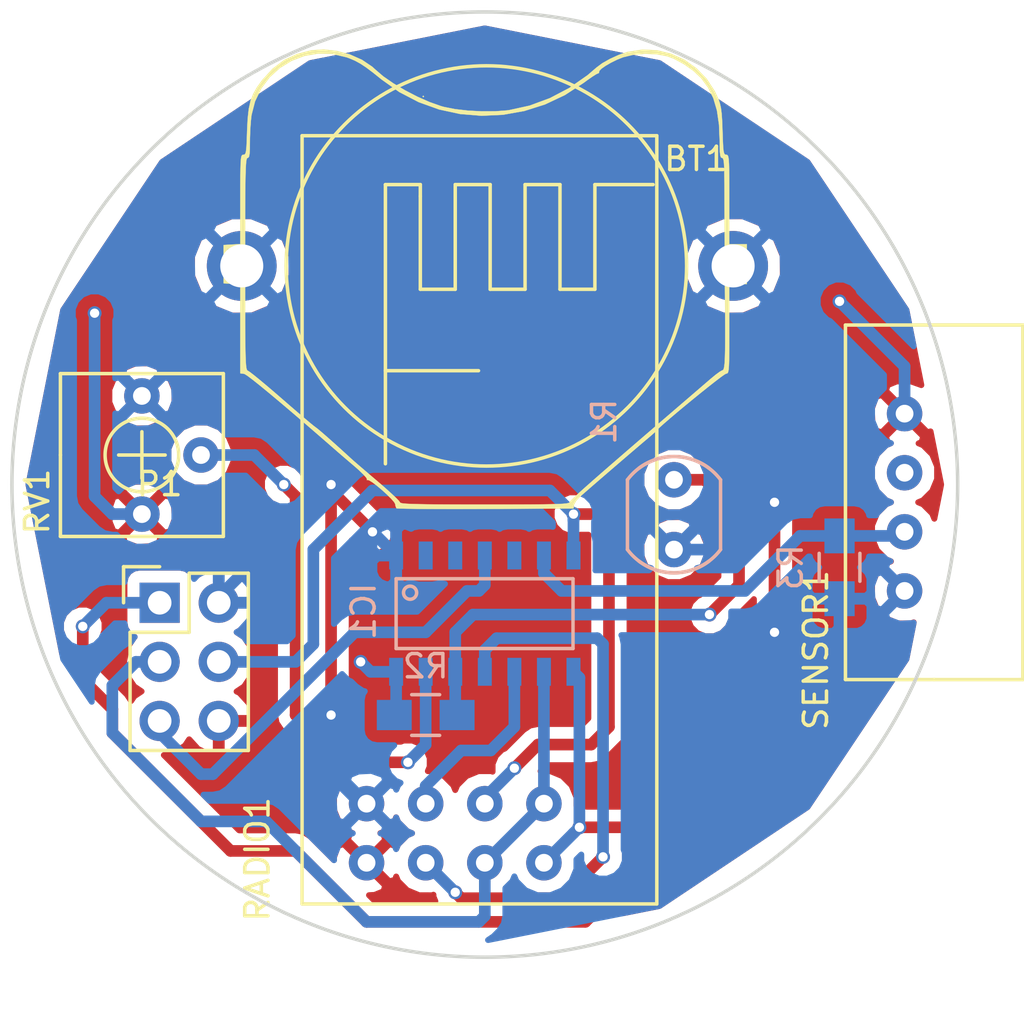
<source format=kicad_pcb>
(kicad_pcb (version 4) (host pcbnew 4.0.4+e1-6308~48~ubuntu16.04.1-stable)

  (general
    (links 29)
    (no_connects 0)
    (area 0 0 0 0)
    (thickness 1.6)
    (drawings 1)
    (tracks 132)
    (zones 0)
    (modules 10)
    (nets 16)
  )

  (page A4)
  (layers
    (0 F.Cu signal)
    (31 B.Cu signal)
    (32 B.Adhes user)
    (33 F.Adhes user)
    (34 B.Paste user)
    (35 F.Paste user)
    (36 B.SilkS user)
    (37 F.SilkS user)
    (38 B.Mask user)
    (39 F.Mask user)
    (40 Dwgs.User user)
    (41 Cmts.User user)
    (42 Eco1.User user hide)
    (43 Eco2.User user)
    (44 Edge.Cuts user)
    (45 Margin user)
    (46 B.CrtYd user)
    (47 F.CrtYd user)
    (48 B.Fab user)
    (49 F.Fab user)
  )

  (setup
    (last_trace_width 0.5)
    (trace_clearance 0.2)
    (zone_clearance 0.508)
    (zone_45_only yes)
    (trace_min 0.2)
    (segment_width 0.2)
    (edge_width 0.15)
    (via_size 0.6)
    (via_drill 0.4)
    (via_min_size 0.4)
    (via_min_drill 0.3)
    (uvia_size 0.3)
    (uvia_drill 0.1)
    (uvias_allowed no)
    (uvia_min_size 0.2)
    (uvia_min_drill 0.1)
    (pcb_text_width 0.3)
    (pcb_text_size 1.5 1.5)
    (mod_edge_width 0.15)
    (mod_text_size 1 1)
    (mod_text_width 0.15)
    (pad_size 1.524 1.524)
    (pad_drill 0.762)
    (pad_to_mask_clearance 0.2)
    (aux_axis_origin 0 0)
    (visible_elements FFFFFF7F)
    (pcbplotparams
      (layerselection 0x00030_80000001)
      (usegerberextensions false)
      (excludeedgelayer true)
      (linewidth 0.100000)
      (plotframeref false)
      (viasonmask false)
      (mode 1)
      (useauxorigin false)
      (hpglpennumber 1)
      (hpglpenspeed 20)
      (hpglpendiameter 15)
      (hpglpenoverlay 2)
      (psnegative false)
      (psa4output false)
      (plotreference true)
      (plotvalue true)
      (plotinvisibletext false)
      (padsonsilk false)
      (subtractmaskfromsilk false)
      (outputformat 1)
      (mirror false)
      (drillshape 1)
      (scaleselection 1)
      (outputdirectory ""))
  )

  (net 0 "")
  (net 1 GND)
  (net 2 "Net-(IC1-Pad2)")
  (net 3 "Net-(IC1-Pad3)")
  (net 4 "Net-(IC1-Pad5)")
  (net 5 "Net-(SENSOR1-Pad3)")
  (net 6 +3V3)
  (net 7 MISO)
  (net 8 SCK)
  (net 9 CSN)
  (net 10 CE)
  (net 11 Photo)
  (net 12 Trimpot)
  (net 13 Reset)
  (net 14 DHT22)
  (net 15 MOSI)

  (net_class Default "This is the default net class."
    (clearance 0.2)
    (trace_width 0.5)
    (via_dia 0.6)
    (via_drill 0.4)
    (uvia_dia 0.3)
    (uvia_drill 0.1)
    (add_net +3V3)
    (add_net CE)
    (add_net CSN)
    (add_net DHT22)
    (add_net GND)
    (add_net MISO)
    (add_net MOSI)
    (add_net "Net-(IC1-Pad2)")
    (add_net "Net-(IC1-Pad3)")
    (add_net "Net-(IC1-Pad5)")
    (add_net "Net-(SENSOR1-Pad3)")
    (add_net Photo)
    (add_net Reset)
    (add_net SCK)
    (add_net Trimpot)
  )

  (module lib:CR2032 (layer F.Cu) (tedit 582CCF0C) (tstamp 5835D1EE)
    (at 184.15 73.406 180)
    (path /582CB158)
    (fp_text reference BT1 (at 1.6 4.6 180) (layer F.SilkS)
      (effects (font (size 1 1) (thickness 0.15)))
    )
    (fp_text value Battery (at 1.4 -5.8 180) (layer F.Fab)
      (effects (font (size 1 1) (thickness 0.15)))
    )
    (fp_circle (center 10.6 0) (end 19.2 -0.2) (layer F.SilkS) (width 0.15))
    (pad 1 thru_hole circle (at 0 0 180) (size 3 3) (drill 1.85) (layers *.Cu *.Mask)
      (net 6 +3V3))
    (pad 1 thru_hole circle (at 21.11 0 180) (size 3 3) (drill 1.85) (layers *.Cu *.Mask)
      (net 6 +3V3))
    (pad 2 connect circle (at 10.555 0 180) (size 10 10) (layers F.Cu F.Mask)
      (net 1 GND))
  )

  (module lib:ATtiny84 (layer B.Cu) (tedit 582CA411) (tstamp 5835D205)
    (at 169.672 85.852)
    (path /582A1516)
    (fp_text reference IC1 (at -1.4 2.4 270) (layer B.SilkS)
      (effects (font (size 1 1) (thickness 0.15)) (justify mirror))
    )
    (fp_text value ATTINY84-S (at 4 2.6) (layer B.Fab)
      (effects (font (size 1 1) (thickness 0.15)) (justify mirror))
    )
    (fp_circle (center 0.6 1.6) (end 0.8 1.8) (layer B.SilkS) (width 0.15))
    (fp_line (start 0 1) (end 0 4) (layer B.SilkS) (width 0.15))
    (fp_line (start 0 4) (end 7.6 4) (layer B.SilkS) (width 0.15))
    (fp_line (start 7.6 4) (end 7.6 1) (layer B.SilkS) (width 0.15))
    (fp_line (start 7.6 1) (end 0 1) (layer B.SilkS) (width 0.15))
    (pad 8 smd rect (at 7.62 5) (size 0.6 1.2) (layers B.Cu B.Paste B.Mask)
      (net 7 MISO))
    (pad 9 smd rect (at 6.35 5) (size 0.6 1.2) (layers B.Cu B.Paste B.Mask)
      (net 8 SCK))
    (pad 10 smd rect (at 5.08 5) (size 0.6 1.2) (layers B.Cu B.Paste B.Mask)
      (net 9 CSN))
    (pad 11 smd rect (at 3.81 5) (size 0.6 1.2) (layers B.Cu B.Paste B.Mask)
      (net 10 CE))
    (pad 12 smd rect (at 2.54 5) (size 0.6 1.2) (layers B.Cu B.Paste B.Mask)
      (net 11 Photo))
    (pad 13 smd rect (at 1.27 5) (size 0.6 1.2) (layers B.Cu B.Paste B.Mask)
      (net 12 Trimpot))
    (pad 14 smd rect (at 0 5) (size 0.6 1.2) (layers B.Cu B.Paste B.Mask)
      (net 1 GND))
    (pad 1 smd rect (at 0 0) (size 0.6 1.2) (layers B.Cu B.Paste B.Mask)
      (net 6 +3V3))
    (pad 2 smd rect (at 1.27 0) (size 0.6 1.2) (layers B.Cu B.Paste B.Mask)
      (net 2 "Net-(IC1-Pad2)"))
    (pad 3 smd rect (at 2.54 0) (size 0.6 1.2) (layers B.Cu B.Paste B.Mask)
      (net 3 "Net-(IC1-Pad3)"))
    (pad 4 smd rect (at 3.81 0) (size 0.6 1.2) (layers B.Cu B.Paste B.Mask)
      (net 13 Reset))
    (pad 5 smd rect (at 5.08 0) (size 0.6 1.2) (layers B.Cu B.Paste B.Mask)
      (net 4 "Net-(IC1-Pad5)"))
    (pad 6 smd rect (at 6.35 0) (size 0.6 1.2) (layers B.Cu B.Paste B.Mask)
      (net 14 DHT22))
    (pad 7 smd rect (at 7.62 0) (size 0.6 1.2) (layers B.Cu B.Paste B.Mask)
      (net 15 MOSI))
  )

  (module Pin_Headers:Pin_Header_Straight_2x03 (layer F.Cu) (tedit 54EA0A4B) (tstamp 5835D21C)
    (at 159.512 87.884)
    (descr "Through hole pin header")
    (tags "pin header")
    (path /583028C1)
    (fp_text reference P1 (at 0 -5.1) (layer F.SilkS)
      (effects (font (size 1 1) (thickness 0.15)))
    )
    (fp_text value CONN_02X03 (at 0 -3.1) (layer F.Fab)
      (effects (font (size 1 1) (thickness 0.15)))
    )
    (fp_line (start -1.27 1.27) (end -1.27 6.35) (layer F.SilkS) (width 0.15))
    (fp_line (start -1.55 -1.55) (end 0 -1.55) (layer F.SilkS) (width 0.15))
    (fp_line (start -1.75 -1.75) (end -1.75 6.85) (layer F.CrtYd) (width 0.05))
    (fp_line (start 4.3 -1.75) (end 4.3 6.85) (layer F.CrtYd) (width 0.05))
    (fp_line (start -1.75 -1.75) (end 4.3 -1.75) (layer F.CrtYd) (width 0.05))
    (fp_line (start -1.75 6.85) (end 4.3 6.85) (layer F.CrtYd) (width 0.05))
    (fp_line (start 1.27 -1.27) (end 1.27 1.27) (layer F.SilkS) (width 0.15))
    (fp_line (start 1.27 1.27) (end -1.27 1.27) (layer F.SilkS) (width 0.15))
    (fp_line (start -1.27 6.35) (end 3.81 6.35) (layer F.SilkS) (width 0.15))
    (fp_line (start 3.81 6.35) (end 3.81 1.27) (layer F.SilkS) (width 0.15))
    (fp_line (start -1.55 -1.55) (end -1.55 0) (layer F.SilkS) (width 0.15))
    (fp_line (start 3.81 -1.27) (end 1.27 -1.27) (layer F.SilkS) (width 0.15))
    (fp_line (start 3.81 1.27) (end 3.81 -1.27) (layer F.SilkS) (width 0.15))
    (pad 1 thru_hole rect (at 0 0) (size 1.7272 1.7272) (drill 1.016) (layers *.Cu *.Mask)
      (net 7 MISO))
    (pad 2 thru_hole oval (at 2.54 0) (size 1.7272 1.7272) (drill 1.016) (layers *.Cu *.Mask)
      (net 6 +3V3))
    (pad 3 thru_hole oval (at 0 2.54) (size 1.7272 1.7272) (drill 1.016) (layers *.Cu *.Mask)
      (net 8 SCK))
    (pad 4 thru_hole oval (at 2.54 2.54) (size 1.7272 1.7272) (drill 1.016) (layers *.Cu *.Mask)
      (net 15 MOSI))
    (pad 5 thru_hole oval (at 0 5.08) (size 1.7272 1.7272) (drill 1.016) (layers *.Cu *.Mask)
      (net 13 Reset))
    (pad 6 thru_hole oval (at 2.54 5.08) (size 1.7272 1.7272) (drill 1.016) (layers *.Cu *.Mask)
      (net 1 GND))
    (model Pin_Headers.3dshapes/Pin_Header_Straight_2x03.wrl
      (at (xyz 0.05 -0.1 0))
      (scale (xyz 1 1 1))
      (rotate (xyz 0 0 90))
    )
  )

  (module lib:myPhotoRes (layer B.Cu) (tedit 582B63CF) (tstamp 5835D228)
    (at 181.61 85.598 90)
    (path /582B6187)
    (fp_text reference R1 (at 5.5 -3 90) (layer B.SilkS)
      (effects (font (size 1 1) (thickness 0.15)) (justify mirror))
    )
    (fp_text value Photo (at -1.5 3 90) (layer B.Fab)
      (effects (font (size 1 1) (thickness 0.15)) (justify mirror))
    )
    (fp_arc (start 1.5 0) (end 3.5 1.5) (angle -90) (layer B.SilkS) (width 0.15))
    (fp_arc (start 1.5 0) (end 3 2) (angle -90) (layer B.SilkS) (width 0.15))
    (fp_arc (start 1.5 0) (end 0 -2) (angle -90) (layer B.SilkS) (width 0.15))
    (fp_arc (start 1.5 0) (end -0.5 -1.5) (angle -90) (layer B.SilkS) (width 0.15))
    (fp_line (start 0 -2) (end 3 -2) (layer B.SilkS) (width 0.15))
    (fp_line (start 3 2) (end 0 2) (layer B.SilkS) (width 0.15))
    (pad 1 thru_hole circle (at 0 0 90) (size 1.524 1.524) (drill 0.762) (layers *.Cu *.Mask)
      (net 6 +3V3))
    (pad 2 thru_hole circle (at 3 0 90) (size 1.524 1.524) (drill 0.762) (layers *.Cu *.Mask)
      (net 11 Photo))
  )

  (module Resistors_SMD:R_0805_HandSoldering (layer B.Cu) (tedit 58307B90) (tstamp 5835D238)
    (at 170.942 92.71 180)
    (descr "Resistor SMD 0805, hand soldering")
    (tags "resistor 0805")
    (path /582B620A)
    (attr smd)
    (fp_text reference R2 (at 0 2.1 180) (layer B.SilkS)
      (effects (font (size 1 1) (thickness 0.15)) (justify mirror))
    )
    (fp_text value 50k (at 0 -2.1 180) (layer B.Fab)
      (effects (font (size 1 1) (thickness 0.15)) (justify mirror))
    )
    (fp_line (start -1 -0.625) (end -1 0.625) (layer B.Fab) (width 0.1))
    (fp_line (start 1 -0.625) (end -1 -0.625) (layer B.Fab) (width 0.1))
    (fp_line (start 1 0.625) (end 1 -0.625) (layer B.Fab) (width 0.1))
    (fp_line (start -1 0.625) (end 1 0.625) (layer B.Fab) (width 0.1))
    (fp_line (start -2.4 1) (end 2.4 1) (layer B.CrtYd) (width 0.05))
    (fp_line (start -2.4 -1) (end 2.4 -1) (layer B.CrtYd) (width 0.05))
    (fp_line (start -2.4 1) (end -2.4 -1) (layer B.CrtYd) (width 0.05))
    (fp_line (start 2.4 1) (end 2.4 -1) (layer B.CrtYd) (width 0.05))
    (fp_line (start 0.6 -0.875) (end -0.6 -0.875) (layer B.SilkS) (width 0.15))
    (fp_line (start -0.6 0.875) (end 0.6 0.875) (layer B.SilkS) (width 0.15))
    (pad 1 smd rect (at -1.35 0 180) (size 1.5 1.3) (layers B.Cu B.Paste B.Mask)
      (net 11 Photo))
    (pad 2 smd rect (at 1.35 0 180) (size 1.5 1.3) (layers B.Cu B.Paste B.Mask)
      (net 1 GND))
    (model Resistors_SMD.3dshapes/R_0805_HandSoldering.wrl
      (at (xyz 0 0 0))
      (scale (xyz 1 1 1))
      (rotate (xyz 0 0 0))
    )
  )

  (module Resistors_SMD:R_0805_HandSoldering (layer B.Cu) (tedit 58307B90) (tstamp 5835D248)
    (at 188.722 86.36 270)
    (descr "Resistor SMD 0805, hand soldering")
    (tags "resistor 0805")
    (path /5830AE1C)
    (attr smd)
    (fp_text reference R3 (at 0 2.1 270) (layer B.SilkS)
      (effects (font (size 1 1) (thickness 0.15)) (justify mirror))
    )
    (fp_text value 4k7 (at 0 -2.1 270) (layer B.Fab)
      (effects (font (size 1 1) (thickness 0.15)) (justify mirror))
    )
    (fp_line (start -1 -0.625) (end -1 0.625) (layer B.Fab) (width 0.1))
    (fp_line (start 1 -0.625) (end -1 -0.625) (layer B.Fab) (width 0.1))
    (fp_line (start 1 0.625) (end 1 -0.625) (layer B.Fab) (width 0.1))
    (fp_line (start -1 0.625) (end 1 0.625) (layer B.Fab) (width 0.1))
    (fp_line (start -2.4 1) (end 2.4 1) (layer B.CrtYd) (width 0.05))
    (fp_line (start -2.4 -1) (end 2.4 -1) (layer B.CrtYd) (width 0.05))
    (fp_line (start -2.4 1) (end -2.4 -1) (layer B.CrtYd) (width 0.05))
    (fp_line (start 2.4 1) (end 2.4 -1) (layer B.CrtYd) (width 0.05))
    (fp_line (start 0.6 -0.875) (end -0.6 -0.875) (layer B.SilkS) (width 0.15))
    (fp_line (start -0.6 0.875) (end 0.6 0.875) (layer B.SilkS) (width 0.15))
    (pad 1 smd rect (at -1.35 0 270) (size 1.5 1.3) (layers B.Cu B.Paste B.Mask)
      (net 14 DHT22))
    (pad 2 smd rect (at 1.35 0 270) (size 1.5 1.3) (layers B.Cu B.Paste B.Mask)
      (net 6 +3V3))
    (model Resistors_SMD.3dshapes/R_0805_HandSoldering.wrl
      (at (xyz 0 0 0))
      (scale (xyz 1 1 1))
      (rotate (xyz 0 0 0))
    )
  )

  (module lib:nRF24L01 (layer F.Cu) (tedit 5836A746) (tstamp 5835D268)
    (at 172.212 105.41 90)
    (descr 2)
    (path /582CC965)
    (fp_text reference RADIO1 (at 6.5 -8.5 90) (layer F.SilkS)
      (effects (font (size 1 1) (thickness 0.15)))
    )
    (fp_text value nRF24L01 (at 8.89 7.112 90) (layer F.Fab)
      (effects (font (size 1 1) (thickness 0.15)))
    )
    (fp_line (start 27.5 -3) (end 27.5 1) (layer F.SilkS) (width 0.15))
    (fp_line (start 35 -1.5) (end 35.5 -1.5) (layer F.SilkS) (width 0.15))
    (fp_line (start 35.5 -1.5) (end 35.5 -3) (layer F.SilkS) (width 0.15))
    (fp_line (start 35.5 -3) (end 23.5 -3) (layer F.SilkS) (width 0.15))
    (fp_line (start 35.5 8.5) (end 35.5 6) (layer F.SilkS) (width 0.15))
    (fp_line (start 35.5 6) (end 31 6) (layer F.SilkS) (width 0.15))
    (fp_line (start 31 6) (end 31 4.5) (layer F.SilkS) (width 0.15))
    (fp_line (start 31 4.5) (end 35.5 4.5) (layer F.SilkS) (width 0.15))
    (fp_line (start 35.5 4.5) (end 35.5 3) (layer F.SilkS) (width 0.15))
    (fp_line (start 35.5 3) (end 31 3) (layer F.SilkS) (width 0.15))
    (fp_line (start 31 3) (end 31 1.5) (layer F.SilkS) (width 0.15))
    (fp_line (start 31 1.5) (end 35.5 1.5) (layer F.SilkS) (width 0.15))
    (fp_line (start 35.5 1.5) (end 35.5 0) (layer F.SilkS) (width 0.15))
    (fp_line (start 35.5 0) (end 31 0) (layer F.SilkS) (width 0.15))
    (fp_line (start 31 0) (end 31 -1.5) (layer F.SilkS) (width 0.15))
    (fp_line (start 31 -1.5) (end 35 -1.5) (layer F.SilkS) (width 0.15))
    (fp_line (start 4.58 -6.58) (end 4.58 8.66) (layer F.SilkS) (width 0.15))
    (fp_line (start 4.58 8.66) (end 37.6 8.66) (layer F.SilkS) (width 0.15))
    (fp_line (start 37.6 8.66) (end 37.6 -6.58) (layer F.SilkS) (width 0.15))
    (fp_line (start 37.6 -6.58) (end 4.58 -6.58) (layer F.SilkS) (width 0.15))
    (pad 1 thru_hole circle (at 6.35 -3.81) (size 1.524 1.524) (drill 0.762) (layers *.Cu *.Mask)
      (net 1 GND))
    (pad 3 thru_hole circle (at 6.35 -1.27) (size 1.524 1.524) (drill 0.762) (layers *.Cu *.Mask)
      (net 10 CE))
    (pad 5 thru_hole circle (at 6.35 1.27) (size 1.524 1.524) (drill 0.762) (layers *.Cu *.Mask)
      (net 8 SCK))
    (pad 7 thru_hole circle (at 6.35 3.81) (size 1.524 1.524) (drill 0.762) (layers *.Cu *.Mask)
      (net 7 MISO))
    (pad 8 thru_hole circle (at 8.89 3.81) (size 1.524 1.524) (drill 0.762) (layers *.Cu *.Mask)
      (net 8 SCK))
    (pad 6 thru_hole circle (at 8.89 1.27) (size 1.524 1.524) (drill 0.762) (layers *.Cu *.Mask)
      (net 15 MOSI))
    (pad 4 thru_hole circle (at 8.89 -1.27) (size 1.524 1.524) (drill 0.762) (layers *.Cu *.Mask)
      (net 9 CSN))
    (pad 2 thru_hole circle (at 8.89 -3.81) (size 1.524 1.524) (drill 0.762) (layers *.Cu *.Mask)
      (net 6 +3V3))
  )

  (module lib:trimpot (layer F.Cu) (tedit 58302357) (tstamp 5835D277)
    (at 158.75 81.534 90)
    (path /582F6E83)
    (fp_text reference RV1 (at -2 -4.5 90) (layer F.SilkS)
      (effects (font (size 1 1) (thickness 0.15)))
    )
    (fp_text value POT (at 0 -2.5 90) (layer F.Fab)
      (effects (font (size 1 1) (thickness 0.15)))
    )
    (fp_line (start 1 0) (end -1 0) (layer F.SilkS) (width 0.15))
    (fp_line (start 0 -1) (end 0 1) (layer F.SilkS) (width 0.15))
    (fp_circle (center 0 0) (end 1.5 -0.5) (layer F.SilkS) (width 0.15))
    (fp_line (start 0 -3.5) (end 3.5 -3.5) (layer F.SilkS) (width 0.15))
    (fp_line (start 3.5 -3.5) (end 3.5 3.5) (layer F.SilkS) (width 0.15))
    (fp_line (start 3.5 3.5) (end -3.5 3.5) (layer F.SilkS) (width 0.15))
    (fp_line (start -3.5 3.5) (end -3.5 -3.5) (layer F.SilkS) (width 0.15))
    (fp_line (start -3.5 -3.5) (end 0 -3.5) (layer F.SilkS) (width 0.15))
    (pad 1 thru_hole circle (at -2.54 0 90) (size 1.524 1.524) (drill 0.762) (layers *.Cu *.Mask)
      (net 1 GND))
    (pad 3 thru_hole circle (at 2.54 0 90) (size 1.524 1.524) (drill 0.762) (layers *.Cu *.Mask)
      (net 6 +3V3))
    (pad 2 thru_hole circle (at 0 2.54 90) (size 1.524 1.524) (drill 0.762) (layers *.Cu *.Mask)
      (net 12 Trimpot))
  )

  (module lib:DHT22 (layer F.Cu) (tedit 582CBDBB) (tstamp 5835D284)
    (at 191.516 87.376 90)
    (path /582CBAF4)
    (fp_text reference SENSOR1 (at -2.54 -3.81 90) (layer F.SilkS)
      (effects (font (size 1 1) (thickness 0.15)))
    )
    (fp_text value DHT22 (at 3.81 3.81 90) (layer F.Fab)
      (effects (font (size 1 1) (thickness 0.15)))
    )
    (fp_line (start -3.81 1.27) (end -3.81 -2.54) (layer F.SilkS) (width 0.15))
    (fp_line (start -3.81 -2.54) (end 11.43 -2.54) (layer F.SilkS) (width 0.15))
    (fp_line (start 11.43 -2.54) (end 11.43 5.08) (layer F.SilkS) (width 0.15))
    (fp_line (start 11.43 5.08) (end -3.81 5.08) (layer F.SilkS) (width 0.15))
    (fp_line (start -3.81 5.08) (end -3.81 1.27) (layer F.SilkS) (width 0.15))
    (pad 1 thru_hole circle (at 0 0 90) (size 1.524 1.524) (drill 0.762) (layers *.Cu *.Mask)
      (net 6 +3V3))
    (pad 2 thru_hole circle (at 2.54 0 90) (size 1.524 1.524) (drill 0.762) (layers *.Cu *.Mask)
      (net 14 DHT22))
    (pad 3 thru_hole circle (at 5.08 0 90) (size 1.524 1.524) (drill 0.762) (layers *.Cu *.Mask)
      (net 5 "Net-(SENSOR1-Pad3)"))
    (pad 4 thru_hole circle (at 7.62 0 90) (size 1.524 1.524) (drill 0.762) (layers *.Cu *.Mask)
      (net 1 GND))
  )

  (module power_meter_coin:coincell_silk (layer F.Cu) (tedit 0) (tstamp 5836A77D)
    (at 173.482 73.914)
    (fp_text reference G*** (at 0 0) (layer F.SilkS) hide
      (effects (font (thickness 0.3)))
    )
    (fp_text value LOGO (at 0.75 0) (layer F.SilkS) hide
      (effects (font (thickness 0.3)))
    )
    (fp_poly (pts (xy -6.353956 -9.750272) (xy -5.794772 -9.597499) (xy -5.276371 -9.367066) (xy -4.835327 -9.070039)
      (xy -4.70082 -8.94723) (xy -4.364757 -8.658895) (xy -3.92947 -8.356429) (xy -3.429079 -8.058407)
      (xy -2.897705 -7.783404) (xy -2.369467 -7.549996) (xy -1.878488 -7.376757) (xy -1.750541 -7.341096)
      (xy -1.280007 -7.248258) (xy -0.724287 -7.18461) (xy -0.132863 -7.152598) (xy 0.444783 -7.154663)
      (xy 0.959171 -7.193251) (xy 1.035857 -7.203487) (xy 1.922414 -7.398011) (xy 2.794353 -7.719767)
      (xy 3.631276 -8.15881) (xy 4.412782 -8.705198) (xy 4.802697 -9.039654) (xy 5.048466 -9.222052)
      (xy 5.379985 -9.409177) (xy 5.748795 -9.576803) (xy 6.106437 -9.700705) (xy 6.146907 -9.711643)
      (xy 6.779349 -9.808601) (xy 7.407084 -9.777509) (xy 8.013369 -9.627086) (xy 8.581465 -9.366048)
      (xy 9.094631 -9.003116) (xy 9.536125 -8.547008) (xy 9.889206 -8.006442) (xy 10.035673 -7.686396)
      (xy 10.098306 -7.504302) (xy 10.14357 -7.305257) (xy 10.17531 -7.059303) (xy 10.197372 -6.736484)
      (xy 10.213601 -6.306843) (xy 10.213846 -6.298514) (xy 10.226606 -5.905633) (xy 10.240093 -5.629619)
      (xy 10.257525 -5.450064) (xy 10.282118 -5.346558) (xy 10.317089 -5.298694) (xy 10.365653 -5.286064)
      (xy 10.373428 -5.285946) (xy 10.411495 -5.280226) (xy 10.441297 -5.253111) (xy 10.463845 -5.189669)
      (xy 10.480145 -5.074969) (xy 10.491206 -4.894078) (xy 10.498037 -4.632064) (xy 10.501646 -4.273996)
      (xy 10.503042 -3.804942) (xy 10.503243 -3.363784) (xy 10.503243 -1.441622) (xy 11.258378 -1.441622)
      (xy 11.258378 0.274595) (xy 10.503243 0.274595) (xy 10.503243 2.196757) (xy 10.502872 2.76031)
      (xy 10.501078 3.201507) (xy 10.496843 3.535286) (xy 10.489149 3.776588) (xy 10.476978 3.940351)
      (xy 10.459309 4.041515) (xy 10.435126 4.095021) (xy 10.403409 4.115808) (xy 10.372191 4.118919)
      (xy 10.295908 4.161158) (xy 10.132017 4.278675) (xy 9.897388 4.457674) (xy 9.608893 4.684356)
      (xy 9.283403 4.944923) (xy 8.937788 5.225577) (xy 8.58892 5.512521) (xy 8.253668 5.791955)
      (xy 7.948905 6.050083) (xy 7.691501 6.273106) (xy 7.498326 6.447227) (xy 7.386252 6.558647)
      (xy 7.37973 6.566325) (xy 7.291725 6.653663) (xy 7.13549 6.792831) (xy 6.995071 6.91177)
      (xy 6.841226 7.041158) (xy 6.605605 7.241593) (xy 6.307807 7.496202) (xy 5.967435 7.788109)
      (xy 5.604089 8.10044) (xy 5.237369 8.41632) (xy 4.886876 8.718874) (xy 4.572211 8.991229)
      (xy 4.312974 9.216508) (xy 4.128766 9.377838) (xy 4.071212 9.428988) (xy 3.928185 9.586316)
      (xy 3.840428 9.737094) (xy 3.830942 9.772861) (xy 3.81 9.91973) (xy 0.029179 9.937467)
      (xy -0.678727 9.939966) (xy -1.34514 9.940729) (xy -1.957474 9.939848) (xy -2.503141 9.937419)
      (xy -2.969554 9.933535) (xy -3.344127 9.92829) (xy -3.614271 9.921779) (xy -3.767402 9.914096)
      (xy -3.797983 9.908864) (xy -3.838185 9.807029) (xy -3.844324 9.740271) (xy -3.892676 9.648179)
      (xy -4.02073 9.500336) (xy -4.202984 9.319191) (xy -4.413933 9.127196) (xy -4.628076 8.9468)
      (xy -4.819909 8.800456) (xy -4.96393 8.710613) (xy -5.030614 8.695959) (xy -5.069876 8.696076)
      (xy -5.058218 8.670023) (xy -5.089479 8.599966) (xy -5.20752 8.464564) (xy -5.392437 8.284902)
      (xy -5.570539 8.12739) (xy -5.817302 7.91686) (xy -6.038943 7.727196) (xy -6.205739 7.583861)
      (xy -6.272252 7.526213) (xy -6.990993 6.899444) (xy -7.655976 6.323962) (xy -8.261396 5.804612)
      (xy -8.801447 5.346242) (xy -9.270325 4.953698) (xy -9.662223 4.631827) (xy -9.971339 4.385475)
      (xy -10.191865 4.219488) (xy -10.317996 4.138715) (xy -10.338368 4.131521) (xy -10.503243 4.109799)
      (xy -10.503243 0.28177) (xy -10.863649 0.26102) (xy -11.224054 0.24027) (xy -11.224054 -1.235676)
      (xy -11.052433 -1.235676) (xy -11.052433 0.137297) (xy -10.503243 0.137297) (xy -10.503243 -0.59152)
      (xy -10.297297 -0.59152) (xy -10.297131 0.312478) (xy -10.29646 1.088918) (xy -10.29503 1.747543)
      (xy -10.292587 2.29809) (xy -10.288876 2.750302) (xy -10.283641 3.113917) (xy -10.276627 3.398676)
      (xy -10.26758 3.61432) (xy -10.256245 3.770588) (xy -10.242367 3.877221) (xy -10.225691 3.943958)
      (xy -10.205961 3.980541) (xy -10.182924 3.996708) (xy -10.177162 3.998554) (xy -10.094382 4.051252)
      (xy -9.923993 4.1824) (xy -9.681217 4.379474) (xy -9.381273 4.629948) (xy -9.039385 4.9213)
      (xy -8.728294 5.19075) (xy -8.362122 5.508875) (xy -8.025011 5.799215) (xy -7.732275 6.048779)
      (xy -7.499233 6.24458) (xy -7.3412 6.373629) (xy -7.277724 6.420884) (xy -7.180262 6.494367)
      (xy -6.997945 6.647651) (xy -6.746389 6.866967) (xy -6.44121 7.13854) (xy -6.098023 7.448599)
      (xy -5.732445 7.783371) (xy -5.723498 7.791622) (xy -5.624372 7.879298) (xy -5.440306 8.038668)
      (xy -5.19113 8.252692) (xy -4.896677 8.504333) (xy -4.606496 8.751312) (xy -4.299808 9.016347)
      (xy -4.03313 9.255425) (xy -3.822988 9.453018) (xy -3.685908 9.5936) (xy -3.638378 9.660906)
      (xy -3.61316 9.680775) (xy -3.531317 9.697571) (xy -3.383572 9.711517) (xy -3.160647 9.722836)
      (xy -2.853261 9.731751) (xy -2.452137 9.738485) (xy -1.947996 9.743259) (xy -1.331559 9.746297)
      (xy -0.593547 9.747822) (xy -0.005034 9.748108) (xy 0.802886 9.747727) (xy 1.484057 9.746386)
      (xy 2.049024 9.743789) (xy 2.508335 9.739639) (xy 2.872534 9.733639) (xy 3.15217 9.725493)
      (xy 3.357787 9.714904) (xy 3.499933 9.701576) (xy 3.589153 9.685212) (xy 3.635993 9.665516)
      (xy 3.650507 9.645309) (xy 3.677219 9.604665) (xy 3.750896 9.525782) (xy 3.87679 9.404035)
      (xy 4.060154 9.234798) (xy 4.306241 9.013445) (xy 4.620303 8.735351) (xy 5.007593 8.395889)
      (xy 5.473362 7.990434) (xy 6.022865 7.51436) (xy 6.661352 6.963041) (xy 7.394078 6.331852)
      (xy 8.197296 5.641088) (xy 8.556433 5.332354) (xy 8.909757 5.028485) (xy 9.233226 4.750166)
      (xy 9.5028 4.518082) (xy 9.694439 4.352918) (xy 9.707061 4.342027) (xy 9.912067 4.173142)
      (xy 10.08336 4.046651) (xy 10.190644 3.984523) (xy 10.204069 3.981622) (xy 10.237369 3.966697)
      (xy 10.264782 3.914592) (xy 10.286696 3.814311) (xy 10.3035 3.65486) (xy 10.315582 3.425242)
      (xy 10.32333 3.114461) (xy 10.327132 2.711523) (xy 10.327377 2.205432) (xy 10.324453 1.585192)
      (xy 10.318749 0.839807) (xy 10.318016 0.755135) (xy 10.312592 0.081186) (xy 10.307693 -0.629627)
      (xy 10.304128 -1.235676) (xy 10.503243 -1.235676) (xy 10.503243 0.137297) (xy 11.052432 0.137297)
      (xy 11.052432 -1.235676) (xy 10.503243 -1.235676) (xy 10.304128 -1.235676) (xy 10.303478 -1.346118)
      (xy 10.300105 -2.0371) (xy 10.297734 -2.671386) (xy 10.296524 -3.217789) (xy 10.296417 -3.483919)
      (xy 10.295725 -4.011032) (xy 10.292398 -4.416163) (xy 10.285497 -4.714617) (xy 10.274082 -4.921699)
      (xy 10.257216 -5.052713) (xy 10.23396 -5.122965) (xy 10.203375 -5.147759) (xy 10.194324 -5.148649)
      (xy 10.146789 -5.171085) (xy 10.116015 -5.253299) (xy 10.098712 -5.417651) (xy 10.091594 -5.686499)
      (xy 10.090833 -5.852297) (xy 10.061876 -6.574068) (xy 9.972412 -7.189224) (xy 9.816825 -7.716996)
      (xy 9.589495 -8.176618) (xy 9.29558 -8.575009) (xy 8.964236 -8.889498) (xy 8.554368 -9.180211)
      (xy 8.120418 -9.412023) (xy 7.829157 -9.521119) (xy 7.381424 -9.605527) (xy 6.876431 -9.625047)
      (xy 6.374677 -9.58108) (xy 5.94365 -9.477482) (xy 5.683298 -9.372656) (xy 5.42346 -9.244865)
      (xy 5.191271 -9.11066) (xy 5.013867 -8.986591) (xy 4.918383 -8.889208) (xy 4.912696 -8.84869)
      (xy 4.898643 -8.791677) (xy 4.871313 -8.787027) (xy 4.785656 -8.747859) (xy 4.619068 -8.642379)
      (xy 4.398952 -8.48862) (xy 4.243234 -8.373655) (xy 3.44058 -7.851367) (xy 2.587447 -7.449219)
      (xy 1.697248 -7.16699) (xy 0.783396 -7.004461) (xy -0.140696 -6.961411) (xy -1.061615 -7.037621)
      (xy -1.965949 -7.232871) (xy -2.840283 -7.546941) (xy -3.671206 -7.979611) (xy -4.427205 -8.515814)
      (xy -4.800922 -8.815706) (xy -5.100058 -9.040169) (xy -5.351497 -9.206267) (xy -5.582127 -9.331063)
      (xy -5.818832 -9.431622) (xy -5.938196 -9.474799) (xy -6.54878 -9.618698) (xy -7.156035 -9.635117)
      (xy -7.744624 -9.533348) (xy -8.299214 -9.322682) (xy -8.804468 -9.012411) (xy -9.245052 -8.611826)
      (xy -9.605631 -8.130218) (xy -9.870869 -7.576879) (xy -10.019156 -7.002162) (xy -10.050856 -6.729842)
      (xy -10.075413 -6.379156) (xy -10.089155 -6.00899) (xy -10.090833 -5.852297) (xy -10.094356 -5.527587)
      (xy -10.106542 -5.317709) (xy -10.13068 -5.200305) (xy -10.170058 -5.153015) (xy -10.194324 -5.148649)
      (xy -10.21491 -5.136107) (xy -10.232605 -5.092222) (xy -10.247623 -5.007604) (xy -10.260174 -4.872864)
      (xy -10.270472 -4.678611) (xy -10.278728 -4.415456) (xy -10.285155 -4.074009) (xy -10.289965 -3.644881)
      (xy -10.29337 -3.118682) (xy -10.295582 -2.486021) (xy -10.296814 -1.73751) (xy -10.297277 -0.863758)
      (xy -10.297297 -0.59152) (xy -10.503243 -0.59152) (xy -10.503243 -1.235676) (xy -11.052433 -1.235676)
      (xy -11.224054 -1.235676) (xy -11.224054 -1.407297) (xy -10.863649 -1.428047) (xy -10.503243 -1.448797)
      (xy -10.503243 -3.367371) (xy -10.502856 -3.930438) (xy -10.501019 -4.371154) (xy -10.496723 -4.704464)
      (xy -10.488954 -4.945316) (xy -10.476703 -5.108653) (xy -10.458958 -5.209424) (xy -10.434707 -5.262572)
      (xy -10.402939 -5.283045) (xy -10.373428 -5.285946) (xy -10.322778 -5.295394) (xy -10.286142 -5.337344)
      (xy -10.260298 -5.432203) (xy -10.242022 -5.600377) (xy -10.22809 -5.862274) (xy -10.215277 -6.238301)
      (xy -10.21347 -6.298514) (xy -10.188319 -6.82742) (xy -10.142127 -7.250234) (xy -10.065896 -7.59763)
      (xy -9.950628 -7.900285) (xy -9.787326 -8.188872) (xy -9.571004 -8.488908) (xy -9.118076 -8.985723)
      (xy -8.619499 -9.359574) (xy -8.055837 -9.622273) (xy -7.448378 -9.778573) (xy -6.917349 -9.814319)
      (xy -6.353956 -9.750272)) (layer F.SilkS) (width 0.01))
    (fp_poly (pts (xy -2.608649 -7.791622) (xy -2.642973 -7.757297) (xy -2.677297 -7.791622) (xy -2.642973 -7.825946)
      (xy -2.608649 -7.791622)) (layer F.SilkS) (width 0.01))
  )

  (gr_circle (center 173.482 82.804) (end 158.496 69.088) (layer Edge.Cuts) (width 0.15))

  (segment (start 169.672 90.852) (end 168.576 90.852) (width 0.5) (layer B.Cu) (net 1))
  (via (at 168.148 90.424) (size 0.6) (drill 0.4) (layers F.Cu B.Cu) (net 1))
  (segment (start 168.576 90.852) (end 168.148 90.424) (width 0.5) (layer B.Cu) (net 1) (tstamp 5836AEBD))
  (segment (start 158.75 84.074) (end 157.48 84.074) (width 0.5) (layer B.Cu) (net 1))
  (via (at 156.718 75.438) (size 0.6) (drill 0.4) (layers F.Cu B.Cu) (net 1))
  (segment (start 156.718 83.312) (end 156.718 75.438) (width 0.5) (layer B.Cu) (net 1) (tstamp 5836A99A))
  (segment (start 157.48 84.074) (end 156.718 83.312) (width 0.5) (layer B.Cu) (net 1) (tstamp 5836A996))
  (segment (start 191.516 79.756) (end 191.516 77.724) (width 0.5) (layer B.Cu) (net 1))
  (via (at 188.722 74.93) (size 0.6) (drill 0.4) (layers F.Cu B.Cu) (net 1))
  (segment (start 191.516 77.724) (end 188.722 74.93) (width 0.5) (layer B.Cu) (net 1) (tstamp 5836A987))
  (segment (start 169.672 90.852) (end 169.672 92.63) (width 0.5) (layer B.Cu) (net 1))
  (segment (start 169.672 92.63) (end 169.592 92.71) (width 0.5) (layer B.Cu) (net 1) (tstamp 5836A8B1))
  (segment (start 185.928 89.154) (end 185.928 83.566) (width 0.5) (layer F.Cu) (net 6))
  (segment (start 183.896 85.598) (end 185.928 83.566) (width 0.5) (layer B.Cu) (net 6) (tstamp 5836AF39))
  (via (at 185.928 83.566) (size 0.6) (drill 0.4) (layers F.Cu B.Cu) (net 6))
  (segment (start 183.896 85.598) (end 181.61 85.598) (width 0.5) (layer B.Cu) (net 6) (status 800000))
  (via (at 185.928 89.154) (size 0.6) (drill 0.4) (layers F.Cu B.Cu) (net 6))
  (segment (start 169.672 85.852) (end 168.656 84.836) (width 0.5) (layer B.Cu) (net 6))
  (segment (start 166.878 83.058) (end 166.878 82.804) (width 0.5) (layer F.Cu) (net 6) (tstamp 5836AE6F))
  (segment (start 168.656 84.836) (end 166.878 83.058) (width 0.5) (layer F.Cu) (net 6) (tstamp 5836AE6E))
  (via (at 168.656 84.836) (size 0.6) (drill 0.4) (layers F.Cu B.Cu) (net 6))
  (segment (start 162.052 87.884) (end 162.052 87.63) (width 0.5) (layer B.Cu) (net 6))
  (segment (start 162.052 87.63) (end 166.878 82.804) (width 0.5) (layer B.Cu) (net 6) (tstamp 5836AE5D))
  (segment (start 168.402 96.52) (end 168.148 96.52) (width 0.5) (layer B.Cu) (net 6))
  (segment (start 168.148 96.52) (end 166.878 95.25) (width 0.5) (layer B.Cu) (net 6) (tstamp 5836AE36))
  (segment (start 166.878 95.25) (end 166.878 92.71) (width 0.5) (layer B.Cu) (net 6) (tstamp 5836AE38))
  (via (at 166.878 92.71) (size 0.6) (drill 0.4) (layers F.Cu B.Cu) (net 6))
  (segment (start 166.878 92.71) (end 166.878 82.804) (width 0.5) (layer F.Cu) (net 6) (tstamp 5836AE43))
  (via (at 166.878 82.804) (size 0.6) (drill 0.4) (layers F.Cu B.Cu) (net 6))
  (segment (start 159.512 87.884) (end 157.226 87.884) (width 0.5) (layer B.Cu) (net 7))
  (via (at 177.546 97.536) (size 0.6) (drill 0.4) (layers F.Cu B.Cu) (net 7))
  (segment (start 180.086 97.536) (end 177.546 97.536) (width 0.5) (layer F.Cu) (net 7) (tstamp 5836ADC5))
  (segment (start 180.34 97.536) (end 180.086 97.536) (width 0.5) (layer F.Cu) (net 7) (tstamp 5836ADC4))
  (segment (start 180.34 99.06) (end 180.34 97.536) (width 0.5) (layer F.Cu) (net 7) (tstamp 5836ADC2))
  (segment (start 177.8 101.6) (end 180.34 99.06) (width 0.5) (layer F.Cu) (net 7) (tstamp 5836ADBF))
  (segment (start 168.402 101.6) (end 177.8 101.6) (width 0.5) (layer F.Cu) (net 7) (tstamp 5836ADBB))
  (segment (start 165.354 98.552) (end 168.402 101.6) (width 0.5) (layer F.Cu) (net 7) (tstamp 5836ADB7))
  (segment (start 162.56 98.552) (end 165.354 98.552) (width 0.5) (layer F.Cu) (net 7) (tstamp 5836ADB4))
  (segment (start 157.48 93.472) (end 162.56 98.552) (width 0.5) (layer F.Cu) (net 7) (tstamp 5836ADAF))
  (segment (start 157.48 92.456) (end 157.48 93.472) (width 0.5) (layer F.Cu) (net 7) (tstamp 5836ADAB))
  (segment (start 156.21 91.186) (end 157.48 92.456) (width 0.5) (layer F.Cu) (net 7) (tstamp 5836ADAA))
  (segment (start 156.21 88.9) (end 156.21 91.186) (width 0.5) (layer F.Cu) (net 7) (tstamp 5836ADA9))
  (via (at 156.21 88.9) (size 0.6) (drill 0.4) (layers F.Cu B.Cu) (net 7))
  (segment (start 157.226 87.884) (end 156.21 88.9) (width 0.5) (layer B.Cu) (net 7) (tstamp 5836ADA6))
  (segment (start 176.022 99.06) (end 177.292 97.79) (width 0.5) (layer B.Cu) (net 7))
  (segment (start 177.546 97.536) (end 177.546 91.106) (width 0.5) (layer B.Cu) (net 7) (tstamp 5836A8BA))
  (segment (start 177.292 97.79) (end 177.546 97.536) (width 0.5) (layer B.Cu) (net 7) (tstamp 5836A8B9))
  (segment (start 177.546 91.106) (end 177.292 90.852) (width 0.5) (layer B.Cu) (net 7) (tstamp 5836A8BB))
  (segment (start 173.482 99.06) (end 173.482 101.346) (width 0.5) (layer B.Cu) (net 8))
  (segment (start 158.496 90.424) (end 159.512 90.424) (width 0.5) (layer B.Cu) (net 8) (tstamp 5836AD9E))
  (segment (start 157.48 91.44) (end 158.496 90.424) (width 0.5) (layer B.Cu) (net 8) (tstamp 5836AD9D))
  (segment (start 157.48 93.472) (end 157.48 91.44) (width 0.5) (layer B.Cu) (net 8) (tstamp 5836AD9B))
  (segment (start 161.29 97.282) (end 157.48 93.472) (width 0.5) (layer B.Cu) (net 8) (tstamp 5836AD96))
  (segment (start 164.084 97.282) (end 161.29 97.282) (width 0.5) (layer B.Cu) (net 8) (tstamp 5836AD92))
  (segment (start 168.402 101.6) (end 164.084 97.282) (width 0.5) (layer B.Cu) (net 8) (tstamp 5836AD8F))
  (segment (start 173.228 101.6) (end 168.402 101.6) (width 0.5) (layer B.Cu) (net 8) (tstamp 5836AD8C))
  (segment (start 173.482 101.346) (end 173.228 101.6) (width 0.5) (layer B.Cu) (net 8) (tstamp 5836AD85))
  (segment (start 159.512 90.424) (end 158.75 90.424) (width 0.5) (layer B.Cu) (net 8))
  (segment (start 173.482 99.06) (end 176.022 96.52) (width 0.5) (layer B.Cu) (net 8))
  (segment (start 176.022 90.852) (end 176.022 96.52) (width 0.5) (layer B.Cu) (net 8))
  (segment (start 170.942 96.52) (end 170.942 95.758) (width 0.5) (layer B.Cu) (net 9))
  (segment (start 170.942 95.758) (end 172.466 94.234) (width 0.5) (layer B.Cu) (net 9) (tstamp 5836A8C0))
  (segment (start 172.466 94.234) (end 173.736 94.234) (width 0.5) (layer B.Cu) (net 9) (tstamp 5836A8C1))
  (segment (start 173.736 94.234) (end 174.752 93.218) (width 0.5) (layer B.Cu) (net 9) (tstamp 5836A8C2))
  (segment (start 174.752 93.218) (end 174.752 90.852) (width 0.5) (layer B.Cu) (net 9) (tstamp 5836A8C3))
  (segment (start 170.942 99.06) (end 172.212 100.33) (width 0.5) (layer B.Cu) (net 10))
  (segment (start 173.482 89.916) (end 173.482 90.852) (width 0.5) (layer B.Cu) (net 10) (tstamp 5836AD2C))
  (segment (start 173.99 89.408) (end 173.482 89.916) (width 0.5) (layer B.Cu) (net 10) (tstamp 5836AD2B))
  (segment (start 178.308 89.408) (end 173.99 89.408) (width 0.5) (layer B.Cu) (net 10) (tstamp 5836AD26))
  (segment (start 178.562 89.662) (end 178.308 89.408) (width 0.5) (layer B.Cu) (net 10) (tstamp 5836AD24))
  (segment (start 178.562 98.806) (end 178.562 89.662) (width 0.5) (layer B.Cu) (net 10) (tstamp 5836AD23))
  (via (at 178.562 98.806) (size 0.6) (drill 0.4) (layers F.Cu B.Cu) (net 10))
  (segment (start 176.784 100.584) (end 178.562 98.806) (width 0.5) (layer F.Cu) (net 10) (tstamp 5836AD1A))
  (segment (start 172.466 100.584) (end 176.784 100.584) (width 0.5) (layer F.Cu) (net 10) (tstamp 5836AD16))
  (segment (start 172.212 100.33) (end 172.466 100.584) (width 0.5) (layer F.Cu) (net 10) (tstamp 5836AD15))
  (via (at 172.212 100.33) (size 0.6) (drill 0.4) (layers F.Cu B.Cu) (net 10))
  (segment (start 172.212 90.852) (end 172.212 89.154) (width 0.5) (layer B.Cu) (net 11))
  (segment (start 182.928 82.598) (end 181.61 82.598) (width 0.5) (layer F.Cu) (net 11) (tstamp 5836AC0D))
  (segment (start 184.404 84.074) (end 182.928 82.598) (width 0.5) (layer F.Cu) (net 11) (tstamp 5836AC0B))
  (segment (start 184.404 87.122) (end 184.404 84.074) (width 0.5) (layer F.Cu) (net 11) (tstamp 5836AC04))
  (segment (start 183.134 88.392) (end 184.404 87.122) (width 0.5) (layer F.Cu) (net 11) (tstamp 5836AC03))
  (via (at 183.134 88.392) (size 0.6) (drill 0.4) (layers F.Cu B.Cu) (net 11))
  (segment (start 172.974 88.392) (end 183.134 88.392) (width 0.5) (layer B.Cu) (net 11) (tstamp 5836ABFB))
  (segment (start 172.212 89.154) (end 172.974 88.392) (width 0.5) (layer B.Cu) (net 11) (tstamp 5836ABF8))
  (segment (start 172.212 90.852) (end 172.212 92.63) (width 0.5) (layer B.Cu) (net 11))
  (segment (start 172.212 92.63) (end 172.292 92.71) (width 0.5) (layer B.Cu) (net 11) (tstamp 5836A8B4))
  (segment (start 161.29 81.534) (end 163.576 81.534) (width 0.5) (layer B.Cu) (net 12))
  (segment (start 170.942 93.98) (end 170.942 90.852) (width 0.5) (layer B.Cu) (net 12) (tstamp 5836A8FF))
  (segment (start 170.18 94.742) (end 170.942 93.98) (width 0.5) (layer B.Cu) (net 12) (tstamp 5836A8FE))
  (via (at 170.18 94.742) (size 0.6) (drill 0.4) (layers F.Cu B.Cu) (net 12))
  (segment (start 167.386 94.742) (end 170.18 94.742) (width 0.5) (layer F.Cu) (net 12) (tstamp 5836A8FB))
  (segment (start 165.354 92.71) (end 167.386 94.742) (width 0.5) (layer F.Cu) (net 12) (tstamp 5836A8FA))
  (segment (start 165.354 83.312) (end 165.354 92.71) (width 0.5) (layer F.Cu) (net 12) (tstamp 5836A8F9))
  (segment (start 164.846 82.804) (end 165.354 83.312) (width 0.5) (layer F.Cu) (net 12) (tstamp 5836A8F8))
  (via (at 164.846 82.804) (size 0.6) (drill 0.4) (layers F.Cu B.Cu) (net 12))
  (segment (start 163.576 81.534) (end 164.846 82.804) (width 0.5) (layer B.Cu) (net 12) (tstamp 5836A8F6))
  (segment (start 159.512 92.964) (end 159.512 93.472) (width 0.5) (layer B.Cu) (net 13))
  (segment (start 159.512 93.472) (end 161.29 95.25) (width 0.5) (layer B.Cu) (net 13) (tstamp 5836AEEF))
  (segment (start 161.29 95.25) (end 161.798 95.25) (width 0.5) (layer B.Cu) (net 13) (tstamp 5836AEF3))
  (segment (start 161.798 95.25) (end 167.894 89.154) (width 0.5) (layer B.Cu) (net 13) (tstamp 5836AEF5))
  (segment (start 167.894 89.154) (end 170.942 89.154) (width 0.5) (layer B.Cu) (net 13) (tstamp 5836AEFA))
  (segment (start 170.942 89.154) (end 172.72 87.376) (width 0.5) (layer B.Cu) (net 13) (tstamp 5836AEFC))
  (segment (start 172.72 87.376) (end 173.228 87.376) (width 0.5) (layer B.Cu) (net 13) (tstamp 5836AEFF))
  (segment (start 173.228 87.376) (end 173.482 87.122) (width 0.5) (layer B.Cu) (net 13) (tstamp 5836AF00))
  (segment (start 173.482 87.122) (end 173.482 85.852) (width 0.5) (layer B.Cu) (net 13) (tstamp 5836AF02))
  (segment (start 176.022 85.852) (end 176.022 86.614) (width 0.5) (layer B.Cu) (net 14))
  (segment (start 187.024 85.01) (end 188.722 85.01) (width 0.5) (layer B.Cu) (net 14) (tstamp 5836AB1F))
  (segment (start 184.658 87.376) (end 187.024 85.01) (width 0.5) (layer B.Cu) (net 14) (tstamp 5836AB1C))
  (segment (start 176.784 87.376) (end 184.658 87.376) (width 0.5) (layer B.Cu) (net 14) (tstamp 5836AB1A))
  (segment (start 176.022 86.614) (end 176.784 87.376) (width 0.5) (layer B.Cu) (net 14) (tstamp 5836AB18))
  (segment (start 188.722 85.01) (end 191.342 85.01) (width 0.5) (layer B.Cu) (net 14))
  (segment (start 191.342 85.01) (end 191.516 84.836) (width 0.5) (layer B.Cu) (net 14) (tstamp 5836A8D1))
  (segment (start 173.482 96.52) (end 173.482 96.266) (width 0.5) (layer B.Cu) (net 15))
  (segment (start 173.482 96.266) (end 174.752 94.996) (width 0.5) (layer B.Cu) (net 15) (tstamp 5836ABC0))
  (via (at 177.292 84.074) (size 0.6) (drill 0.4) (layers F.Cu B.Cu) (net 15))
  (segment (start 178.562 84.074) (end 177.292 84.074) (width 0.5) (layer F.Cu) (net 15) (tstamp 5836ABCE))
  (segment (start 178.816 84.074) (end 178.562 84.074) (width 0.5) (layer F.Cu) (net 15) (tstamp 5836ABCA))
  (segment (start 178.816 93.218) (end 178.816 84.074) (width 0.5) (layer F.Cu) (net 15) (tstamp 5836ABC6))
  (segment (start 178.054 93.98) (end 178.816 93.218) (width 0.5) (layer F.Cu) (net 15) (tstamp 5836ABC5))
  (segment (start 175.768 93.98) (end 178.054 93.98) (width 0.5) (layer F.Cu) (net 15) (tstamp 5836ABC4))
  (segment (start 174.752 94.996) (end 175.768 93.98) (width 0.5) (layer F.Cu) (net 15) (tstamp 5836ABC3))
  (via (at 174.752 94.996) (size 0.6) (drill 0.4) (layers F.Cu B.Cu) (net 15))
  (segment (start 177.292 84.074) (end 177.292 84.328) (width 0.5) (layer B.Cu) (net 15) (tstamp 5836ABD2))
  (segment (start 177.292 85.852) (end 177.292 84.328) (width 0.5) (layer B.Cu) (net 15))
  (segment (start 177.292 84.328) (end 177.292 84.074) (width 0.5) (layer B.Cu) (net 15) (tstamp 5836ABD5))
  (segment (start 165.354 90.424) (end 162.052 90.424) (width 0.5) (layer B.Cu) (net 15) (tstamp 5836AB3A))
  (segment (start 166.116 89.662) (end 165.354 90.424) (width 0.5) (layer B.Cu) (net 15) (tstamp 5836AB39))
  (segment (start 166.116 85.598) (end 166.116 89.662) (width 0.5) (layer B.Cu) (net 15) (tstamp 5836AB37))
  (segment (start 168.656 83.058) (end 166.116 85.598) (width 0.5) (layer B.Cu) (net 15) (tstamp 5836AB34))
  (segment (start 176.276 83.058) (end 168.656 83.058) (width 0.5) (layer B.Cu) (net 15) (tstamp 5836AB32))
  (segment (start 177.292 84.074) (end 176.276 83.058) (width 0.5) (layer B.Cu) (net 15) (tstamp 5836AB27))
  (segment (start 173.482 96.52) (end 173.482 96.012) (width 0.5) (layer B.Cu) (net 15))

  (zone (net 6) (net_name +3V3) (layer B.Cu) (tstamp 5836A9DD) (hatch edge 0.508)
    (connect_pads (clearance 0.508))
    (min_thickness 0.254)
    (fill yes (arc_segments 16) (thermal_gap 0.508) (thermal_bridge_width 0.508))
    (polygon
      (pts
        (xy 173.736 103.632) (xy 194.564 103.632) (xy 194.564 61.976) (xy 152.654 61.976) (xy 152.654 103.632)
        (xy 155.702 103.632)
      )
    )
    (filled_polygon
      (pts
        (xy 187.468838 85.995317) (xy 187.60791 86.211441) (xy 187.82011 86.356431) (xy 187.85349 86.363191) (xy 187.712301 86.421673)
        (xy 187.533673 86.600302) (xy 187.437 86.833691) (xy 187.437 87.42425) (xy 187.59575 87.583) (xy 188.595 87.583)
        (xy 188.595 87.563) (xy 188.849 87.563) (xy 188.849 87.583) (xy 189.84825 87.583) (xy 190.007 87.42425)
        (xy 190.007 87.168302) (xy 190.106856 87.168302) (xy 190.134638 87.723368) (xy 190.293603 88.107143) (xy 190.535787 88.176608)
        (xy 191.336395 87.376) (xy 190.535787 86.575392) (xy 190.293603 86.644857) (xy 190.106856 87.168302) (xy 190.007 87.168302)
        (xy 190.007 86.833691) (xy 189.910327 86.600302) (xy 189.731699 86.421673) (xy 189.595713 86.365346) (xy 189.607317 86.363162)
        (xy 189.823441 86.22409) (xy 189.968431 86.01189) (xy 189.992102 85.895) (xy 190.599218 85.895) (xy 190.72363 86.019629)
        (xy 190.915727 86.099395) (xy 190.784857 86.153603) (xy 190.715392 86.395787) (xy 191.516 87.196395) (xy 191.530143 87.182253)
        (xy 191.709748 87.361858) (xy 191.695605 87.376) (xy 191.709748 87.390143) (xy 191.530143 87.569748) (xy 191.516 87.555605)
        (xy 190.715392 88.356213) (xy 190.784857 88.598397) (xy 191.308302 88.785144) (xy 191.863368 88.757362) (xy 191.906602 88.739454)
        (xy 191.594877 90.306599) (xy 187.344996 96.666996) (xy 180.984599 100.916877) (xy 173.620459 102.381696) (xy 173.85379 102.22579)
        (xy 173.853791 102.225789) (xy 174.107787 101.971792) (xy 174.10779 101.97179) (xy 174.299633 101.684675) (xy 174.316476 101.6)
        (xy 174.367001 101.346) (xy 174.367 101.345995) (xy 174.367 100.150478) (xy 174.665629 99.85237) (xy 174.751949 99.644488)
        (xy 174.83699 99.850303) (xy 175.22963 100.243629) (xy 175.7429 100.456757) (xy 176.298661 100.457242) (xy 176.812303 100.24501)
        (xy 177.205629 99.85237) (xy 177.418757 99.3391) (xy 177.419128 98.914452) (xy 177.627086 98.706493) (xy 177.626838 98.991167)
        (xy 177.768883 99.334943) (xy 178.031673 99.598192) (xy 178.375201 99.740838) (xy 178.747167 99.741162) (xy 179.090943 99.599117)
        (xy 179.354192 99.336327) (xy 179.496838 98.992799) (xy 179.497162 98.620833) (xy 179.447 98.499431) (xy 179.447 89.662005)
        (xy 179.447001 89.662) (xy 179.379633 89.323325) (xy 179.34868 89.277) (xy 182.827178 89.277) (xy 182.947201 89.326838)
        (xy 183.319167 89.327162) (xy 183.662943 89.185117) (xy 183.926192 88.922327) (xy 184.068838 88.578799) (xy 184.069115 88.261)
        (xy 184.657995 88.261) (xy 184.658 88.261001) (xy 184.940484 88.20481) (xy 184.996675 88.193633) (xy 185.28379 88.00179)
        (xy 185.283791 88.001789) (xy 185.289829 87.99575) (xy 187.437 87.99575) (xy 187.437 88.586309) (xy 187.533673 88.819698)
        (xy 187.712301 88.998327) (xy 187.94569 89.095) (xy 188.43625 89.095) (xy 188.595 88.93625) (xy 188.595 87.837)
        (xy 188.849 87.837) (xy 188.849 88.93625) (xy 189.00775 89.095) (xy 189.49831 89.095) (xy 189.731699 88.998327)
        (xy 189.910327 88.819698) (xy 190.007 88.586309) (xy 190.007 87.99575) (xy 189.84825 87.837) (xy 188.849 87.837)
        (xy 188.595 87.837) (xy 187.59575 87.837) (xy 187.437 87.99575) (xy 185.289829 87.99575) (xy 187.390579 85.895)
        (xy 187.449962 85.895)
      )
    )
    (filled_polygon
      (pts
        (xy 167.354883 90.952943) (xy 167.617673 91.216192) (xy 167.738987 91.266566) (xy 167.950208 91.477787) (xy 167.95021 91.47779)
        (xy 168.145921 91.608559) (xy 168.237325 91.669633) (xy 168.327879 91.687645) (xy 168.245569 91.80811) (xy 168.19456 92.06)
        (xy 168.19456 93.36) (xy 168.238838 93.595317) (xy 168.37791 93.811441) (xy 168.59011 93.956431) (xy 168.842 94.00744)
        (xy 169.592398 94.00744) (xy 169.387808 94.211673) (xy 169.245162 94.555201) (xy 169.244838 94.927167) (xy 169.386883 95.270943)
        (xy 169.649673 95.534192) (xy 169.86329 95.622894) (xy 169.758371 95.72763) (xy 169.678605 95.919727) (xy 169.624397 95.788857)
        (xy 169.382213 95.719392) (xy 168.581605 96.52) (xy 169.382213 97.320608) (xy 169.624397 97.251143) (xy 169.674509 97.110682)
        (xy 169.75699 97.310303) (xy 170.14963 97.703629) (xy 170.357512 97.789949) (xy 170.151697 97.87499) (xy 169.758371 98.26763)
        (xy 169.672051 98.475512) (xy 169.58701 98.269697) (xy 169.19437 97.876371) (xy 169.002273 97.796605) (xy 169.133143 97.742397)
        (xy 169.202608 97.500213) (xy 168.402 96.699605) (xy 167.601392 97.500213) (xy 167.670857 97.742397) (xy 167.811318 97.792509)
        (xy 167.611697 97.87499) (xy 167.218371 98.26763) (xy 167.005243 98.7809) (xy 167.005094 98.951515) (xy 164.70979 96.65621)
        (xy 164.589197 96.575633) (xy 164.422675 96.464367) (xy 164.366484 96.45319) (xy 164.084 96.396999) (xy 164.083995 96.397)
        (xy 161.656579 96.397) (xy 161.571881 96.312302) (xy 166.992856 96.312302) (xy 167.020638 96.867368) (xy 167.179603 97.251143)
        (xy 167.421787 97.320608) (xy 168.222395 96.52) (xy 167.421787 95.719392) (xy 167.179603 95.788857) (xy 166.992856 96.312302)
        (xy 161.571881 96.312302) (xy 161.394579 96.135) (xy 161.797995 96.135) (xy 161.798 96.135001) (xy 162.080484 96.07881)
        (xy 162.136675 96.067633) (xy 162.42379 95.87579) (xy 162.759792 95.539787) (xy 167.601392 95.539787) (xy 168.402 96.340395)
        (xy 169.202608 95.539787) (xy 169.133143 95.297603) (xy 168.609698 95.110856) (xy 168.054632 95.138638) (xy 167.670857 95.297603)
        (xy 167.601392 95.539787) (xy 162.759792 95.539787) (xy 167.352472 90.947107)
      )
    )
    (filled_polygon
      (pts
        (xy 180.984599 64.691123) (xy 187.344996 68.941004) (xy 191.594877 75.301401) (xy 191.90523 76.861651) (xy 189.564744 74.521164)
        (xy 189.515117 74.401057) (xy 189.252327 74.137808) (xy 188.908799 73.995162) (xy 188.536833 73.994838) (xy 188.193057 74.136883)
        (xy 187.929808 74.399673) (xy 187.787162 74.743201) (xy 187.786838 75.115167) (xy 187.928883 75.458943) (xy 188.191673 75.722192)
        (xy 188.312986 75.772566) (xy 190.631 78.090579) (xy 190.631 78.665522) (xy 190.332371 78.96363) (xy 190.119243 79.4769)
        (xy 190.118758 80.032661) (xy 190.33099 80.546303) (xy 190.72363 80.939629) (xy 190.931512 81.025949) (xy 190.725697 81.11099)
        (xy 190.332371 81.50363) (xy 190.119243 82.0169) (xy 190.118758 82.572661) (xy 190.33099 83.086303) (xy 190.72363 83.479629)
        (xy 190.931512 83.565949) (xy 190.725697 83.65099) (xy 190.332371 84.04363) (xy 190.298583 84.125) (xy 189.994038 84.125)
        (xy 189.975162 84.024683) (xy 189.83609 83.808559) (xy 189.62389 83.663569) (xy 189.372 83.61256) (xy 188.072 83.61256)
        (xy 187.836683 83.656838) (xy 187.620559 83.79591) (xy 187.475569 84.00811) (xy 187.451898 84.125) (xy 187.024005 84.125)
        (xy 187.024 84.124999) (xy 186.702976 84.188856) (xy 186.685325 84.192367) (xy 186.39821 84.38421) (xy 186.398208 84.384213)
        (xy 184.29142 86.491) (xy 182.682608 86.491) (xy 182.590215 86.398607) (xy 182.832397 86.329143) (xy 183.019144 85.805698)
        (xy 182.991362 85.250632) (xy 182.832397 84.866857) (xy 182.590213 84.797392) (xy 181.789605 85.598) (xy 181.803748 85.612143)
        (xy 181.624143 85.791748) (xy 181.61 85.777605) (xy 181.595858 85.791748) (xy 181.416253 85.612143) (xy 181.430395 85.598)
        (xy 180.629787 84.797392) (xy 180.387603 84.866857) (xy 180.200856 85.390302) (xy 180.228638 85.945368) (xy 180.387603 86.329143)
        (xy 180.629785 86.398607) (xy 180.537392 86.491) (xy 178.231542 86.491) (xy 178.23944 86.452) (xy 178.23944 85.252)
        (xy 178.195162 85.016683) (xy 178.177 84.988458) (xy 178.177 84.617787) (xy 180.809392 84.617787) (xy 181.61 85.418395)
        (xy 182.410608 84.617787) (xy 182.341143 84.375603) (xy 181.817698 84.188856) (xy 181.262632 84.216638) (xy 180.878857 84.375603)
        (xy 180.809392 84.617787) (xy 178.177 84.617787) (xy 178.177 84.380822) (xy 178.226838 84.260799) (xy 178.227162 83.888833)
        (xy 178.085117 83.545057) (xy 177.822327 83.281808) (xy 177.701013 83.231434) (xy 177.344241 82.874661) (xy 180.212758 82.874661)
        (xy 180.42499 83.388303) (xy 180.81763 83.781629) (xy 181.3309 83.994757) (xy 181.886661 83.995242) (xy 182.400303 83.78301)
        (xy 182.793629 83.39037) (xy 183.006757 82.8771) (xy 183.007242 82.321339) (xy 182.79501 81.807697) (xy 182.40237 81.414371)
        (xy 181.8891 81.201243) (xy 181.333339 81.200758) (xy 180.819697 81.41299) (xy 180.426371 81.80563) (xy 180.213243 82.3189)
        (xy 180.212758 82.874661) (xy 177.344241 82.874661) (xy 176.90179 82.43221) (xy 176.743388 82.32637) (xy 176.614675 82.240367)
        (xy 176.558484 82.22919) (xy 176.276 82.172999) (xy 176.275995 82.173) (xy 168.656 82.173) (xy 168.317325 82.240367)
        (xy 168.03021 82.43221) (xy 168.030208 82.432213) (xy 165.49021 84.97221) (xy 165.298367 85.259325) (xy 165.298367 85.259326)
        (xy 165.230999 85.598) (xy 165.231 85.598005) (xy 165.231 89.295421) (xy 164.98742 89.539) (xy 163.25774 89.539)
        (xy 163.141029 89.36433) (xy 162.817772 89.148336) (xy 162.94049 89.090821) (xy 163.334688 88.658947) (xy 163.506958 88.243026)
        (xy 163.385817 88.011) (xy 162.179 88.011) (xy 162.179 88.031) (xy 161.925 88.031) (xy 161.925 88.011)
        (xy 161.905 88.011) (xy 161.905 87.757) (xy 161.925 87.757) (xy 161.925 86.549531) (xy 162.179 86.549531)
        (xy 162.179 87.757) (xy 163.385817 87.757) (xy 163.506958 87.524974) (xy 163.334688 87.109053) (xy 162.94049 86.677179)
        (xy 162.411027 86.429032) (xy 162.179 86.549531) (xy 161.925 86.549531) (xy 161.692973 86.429032) (xy 161.16351 86.677179)
        (xy 160.993505 86.863433) (xy 160.978762 86.785083) (xy 160.83969 86.568959) (xy 160.62749 86.423969) (xy 160.3756 86.37296)
        (xy 158.6484 86.37296) (xy 158.413083 86.417238) (xy 158.196959 86.55631) (xy 158.051969 86.76851) (xy 158.005294 86.999)
        (xy 157.226005 86.999) (xy 157.226 86.998999) (xy 156.943656 87.055162) (xy 156.887325 87.066367) (xy 156.60021 87.25821)
        (xy 156.600208 87.258213) (xy 155.801164 88.057256) (xy 155.681057 88.106883) (xy 155.417808 88.369673) (xy 155.275162 88.713201)
        (xy 155.274838 89.085167) (xy 155.416883 89.428943) (xy 155.679673 89.692192) (xy 156.023201 89.834838) (xy 156.395167 89.835162)
        (xy 156.738943 89.693117) (xy 157.002192 89.430327) (xy 157.052566 89.309014) (xy 157.592579 88.769) (xy 158.004987 88.769)
        (xy 158.045238 88.982917) (xy 158.18431 89.199041) (xy 158.39651 89.344031) (xy 158.440131 89.352864) (xy 158.422971 89.36433)
        (xy 158.277177 89.582527) (xy 158.213516 89.59519) (xy 158.157325 89.606367) (xy 157.87021 89.79821) (xy 157.870208 89.798213)
        (xy 156.85421 90.81421) (xy 156.662367 91.101325) (xy 156.662367 91.101326) (xy 156.594999 91.44) (xy 156.595 91.440005)
        (xy 156.595 92.141254) (xy 155.369123 90.306599) (xy 153.876763 82.804) (xy 155.305119 75.623167) (xy 155.782838 75.623167)
        (xy 155.833 75.744569) (xy 155.833 83.311995) (xy 155.832999 83.312) (xy 155.866618 83.48101) (xy 155.900367 83.650675)
        (xy 156.005861 83.808559) (xy 156.09221 83.93779) (xy 156.854208 84.699787) (xy 156.85421 84.69979) (xy 157.141325 84.891633)
        (xy 157.197516 84.90281) (xy 157.48 84.959001) (xy 157.480005 84.959) (xy 157.659522 84.959) (xy 157.95763 85.257629)
        (xy 158.4709 85.470757) (xy 159.026661 85.471242) (xy 159.540303 85.25901) (xy 159.933629 84.86637) (xy 160.146757 84.3531)
        (xy 160.147242 83.797339) (xy 159.93501 83.283697) (xy 159.54237 82.890371) (xy 159.0291 82.677243) (xy 158.473339 82.676758)
        (xy 157.959697 82.88899) (xy 157.752953 83.095373) (xy 157.603 82.94542) (xy 157.603 81.810661) (xy 159.892758 81.810661)
        (xy 160.10499 82.324303) (xy 160.49763 82.717629) (xy 161.0109 82.930757) (xy 161.566661 82.931242) (xy 162.080303 82.71901)
        (xy 162.380837 82.419) (xy 163.20942 82.419) (xy 164.003255 83.212834) (xy 164.052883 83.332943) (xy 164.315673 83.596192)
        (xy 164.659201 83.738838) (xy 165.031167 83.739162) (xy 165.374943 83.597117) (xy 165.638192 83.334327) (xy 165.780838 82.990799)
        (xy 165.781162 82.618833) (xy 165.639117 82.275057) (xy 165.376327 82.011808) (xy 165.255013 81.961434) (xy 164.20179 80.90821)
        (xy 163.955577 80.743697) (xy 163.914675 80.716367) (xy 163.858484 80.70519) (xy 163.576 80.648999) (xy 163.575995 80.649)
        (xy 162.380478 80.649) (xy 162.08237 80.350371) (xy 161.5691 80.137243) (xy 161.013339 80.136758) (xy 160.499697 80.34899)
        (xy 160.106371 80.74163) (xy 159.893243 81.2549) (xy 159.892758 81.810661) (xy 157.603 81.810661) (xy 157.603 79.974213)
        (xy 157.949392 79.974213) (xy 158.018857 80.216397) (xy 158.542302 80.403144) (xy 159.097368 80.375362) (xy 159.481143 80.216397)
        (xy 159.550608 79.974213) (xy 158.75 79.173605) (xy 157.949392 79.974213) (xy 157.603 79.974213) (xy 157.603 79.746769)
        (xy 157.769787 79.794608) (xy 158.570395 78.994) (xy 158.929605 78.994) (xy 159.730213 79.794608) (xy 159.972397 79.725143)
        (xy 160.159144 79.201698) (xy 160.131362 78.646632) (xy 159.972397 78.262857) (xy 159.730213 78.193392) (xy 158.929605 78.994)
        (xy 158.570395 78.994) (xy 157.769787 78.193392) (xy 157.603 78.241231) (xy 157.603 78.013787) (xy 157.949392 78.013787)
        (xy 158.75 78.814395) (xy 159.550608 78.013787) (xy 159.481143 77.771603) (xy 158.957698 77.584856) (xy 158.402632 77.612638)
        (xy 158.018857 77.771603) (xy 157.949392 78.013787) (xy 157.603 78.013787) (xy 157.603 75.744822) (xy 157.652838 75.624799)
        (xy 157.653162 75.252833) (xy 157.515627 74.91997) (xy 161.705635 74.91997) (xy 161.865418 75.238739) (xy 162.656187 75.548723)
        (xy 163.505387 75.532497) (xy 164.214582 75.238739) (xy 164.374365 74.91997) (xy 182.815635 74.91997) (xy 182.975418 75.238739)
        (xy 183.766187 75.548723) (xy 184.615387 75.532497) (xy 185.324582 75.238739) (xy 185.484365 74.91997) (xy 184.15 73.585605)
        (xy 182.815635 74.91997) (xy 164.374365 74.91997) (xy 163.04 73.585605) (xy 161.705635 74.91997) (xy 157.515627 74.91997)
        (xy 157.511117 74.909057) (xy 157.248327 74.645808) (xy 156.904799 74.503162) (xy 156.532833 74.502838) (xy 156.189057 74.644883)
        (xy 155.925808 74.907673) (xy 155.783162 75.251201) (xy 155.782838 75.623167) (xy 155.305119 75.623167) (xy 155.369123 75.301401)
        (xy 156.892044 73.022187) (xy 160.897277 73.022187) (xy 160.913503 73.871387) (xy 161.207261 74.580582) (xy 161.52603 74.740365)
        (xy 162.860395 73.406) (xy 163.219605 73.406) (xy 164.55397 74.740365) (xy 164.872739 74.580582) (xy 165.182723 73.789813)
        (xy 165.168056 73.022187) (xy 182.007277 73.022187) (xy 182.023503 73.871387) (xy 182.317261 74.580582) (xy 182.63603 74.740365)
        (xy 183.970395 73.406) (xy 184.329605 73.406) (xy 185.66397 74.740365) (xy 185.982739 74.580582) (xy 186.292723 73.789813)
        (xy 186.276497 72.940613) (xy 185.982739 72.231418) (xy 185.66397 72.071635) (xy 184.329605 73.406) (xy 183.970395 73.406)
        (xy 182.63603 72.071635) (xy 182.317261 72.231418) (xy 182.007277 73.022187) (xy 165.168056 73.022187) (xy 165.166497 72.940613)
        (xy 164.872739 72.231418) (xy 164.55397 72.071635) (xy 163.219605 73.406) (xy 162.860395 73.406) (xy 161.52603 72.071635)
        (xy 161.207261 72.231418) (xy 160.897277 73.022187) (xy 156.892044 73.022187) (xy 157.64719 71.89203) (xy 161.705635 71.89203)
        (xy 163.04 73.226395) (xy 164.374365 71.89203) (xy 182.815635 71.89203) (xy 184.15 73.226395) (xy 185.484365 71.89203)
        (xy 185.324582 71.573261) (xy 184.533813 71.263277) (xy 183.684613 71.279503) (xy 182.975418 71.573261) (xy 182.815635 71.89203)
        (xy 164.374365 71.89203) (xy 164.214582 71.573261) (xy 163.423813 71.263277) (xy 162.574613 71.279503) (xy 161.865418 71.573261)
        (xy 161.705635 71.89203) (xy 157.64719 71.89203) (xy 159.619004 68.941004) (xy 165.979401 64.691123) (xy 173.482 63.198763)
      )
    )
    (filled_polygon
      (pts
        (xy 176.407 84.440579) (xy 176.407 84.621773) (xy 176.322 84.60456) (xy 175.722 84.60456) (xy 175.486683 84.648838)
        (xy 175.387472 84.712678) (xy 175.30389 84.655569) (xy 175.052 84.60456) (xy 174.452 84.60456) (xy 174.216683 84.648838)
        (xy 174.117472 84.712678) (xy 174.03389 84.655569) (xy 173.782 84.60456) (xy 173.182 84.60456) (xy 172.946683 84.648838)
        (xy 172.847472 84.712678) (xy 172.76389 84.655569) (xy 172.512 84.60456) (xy 171.912 84.60456) (xy 171.676683 84.648838)
        (xy 171.577472 84.712678) (xy 171.49389 84.655569) (xy 171.242 84.60456) (xy 170.642 84.60456) (xy 170.406683 84.648838)
        (xy 170.316019 84.707179) (xy 170.098309 84.617) (xy 169.95775 84.617) (xy 169.799 84.77575) (xy 169.799 85.725)
        (xy 169.819 85.725) (xy 169.819 85.979) (xy 169.799 85.979) (xy 169.799 86.92825) (xy 169.95775 87.087)
        (xy 170.098309 87.087) (xy 170.315121 86.997193) (xy 170.39011 87.048431) (xy 170.642 87.09944) (xy 171.242 87.09944)
        (xy 171.477317 87.055162) (xy 171.576528 86.991322) (xy 171.66011 87.048431) (xy 171.773107 87.071314) (xy 170.57542 88.269)
        (xy 167.894005 88.269) (xy 167.894 88.268999) (xy 167.611516 88.32519) (xy 167.555325 88.336367) (xy 167.26821 88.52821)
        (xy 167.268208 88.528213) (xy 167.001 88.795421) (xy 167.001 86.13775) (xy 168.737 86.13775) (xy 168.737 86.57831)
        (xy 168.833673 86.811699) (xy 169.012302 86.990327) (xy 169.245691 87.087) (xy 169.38625 87.087) (xy 169.545 86.92825)
        (xy 169.545 85.979) (xy 168.89575 85.979) (xy 168.737 86.13775) (xy 167.001 86.13775) (xy 167.001 85.96458)
        (xy 167.839889 85.12569) (xy 168.737 85.12569) (xy 168.737 85.56625) (xy 168.89575 85.725) (xy 169.545 85.725)
        (xy 169.545 84.77575) (xy 169.38625 84.617) (xy 169.245691 84.617) (xy 169.012302 84.713673) (xy 168.833673 84.892301)
        (xy 168.737 85.12569) (xy 167.839889 85.12569) (xy 169.022579 83.943) (xy 175.90942 83.943)
      )
    )
  )
  (zone (net 1) (net_name GND) (layer F.Cu) (tstamp 5836AA07) (hatch edge 0.508)
    (connect_pads (clearance 0.508))
    (min_thickness 0.254)
    (fill yes (arc_segments 16) (thermal_gap 0.508) (thermal_bridge_width 0.508))
    (polygon
      (pts
        (xy 194.564 103.632) (xy 194.564 61.976) (xy 152.654 61.976) (xy 152.654 103.632)
      )
    )
    (filled_polygon
      (pts
        (xy 180.984599 64.691123) (xy 187.344996 68.941004) (xy 191.594877 75.301401) (xy 192.237089 78.530016) (xy 191.723698 78.346856)
        (xy 191.168632 78.374638) (xy 190.784857 78.533603) (xy 190.715392 78.775787) (xy 191.516 79.576395) (xy 191.530143 79.562253)
        (xy 191.709748 79.741858) (xy 191.695605 79.756) (xy 192.496213 80.556608) (xy 192.632431 80.517537) (xy 193.087237 82.804)
        (xy 192.795 84.273172) (xy 192.70101 84.045697) (xy 192.30837 83.652371) (xy 192.100488 83.566051) (xy 192.306303 83.48101)
        (xy 192.699629 83.08837) (xy 192.912757 82.5751) (xy 192.913242 82.019339) (xy 192.70101 81.505697) (xy 192.30837 81.112371)
        (xy 192.116273 81.032605) (xy 192.247143 80.978397) (xy 192.316608 80.736213) (xy 191.516 79.935605) (xy 190.715392 80.736213)
        (xy 190.784857 80.978397) (xy 190.925318 81.028509) (xy 190.725697 81.11099) (xy 190.332371 81.50363) (xy 190.119243 82.0169)
        (xy 190.118758 82.572661) (xy 190.33099 83.086303) (xy 190.72363 83.479629) (xy 190.931512 83.565949) (xy 190.725697 83.65099)
        (xy 190.332371 84.04363) (xy 190.119243 84.5569) (xy 190.118758 85.112661) (xy 190.33099 85.626303) (xy 190.72363 86.019629)
        (xy 190.931512 86.105949) (xy 190.725697 86.19099) (xy 190.332371 86.58363) (xy 190.119243 87.0969) (xy 190.118758 87.652661)
        (xy 190.33099 88.166303) (xy 190.72363 88.559629) (xy 191.2369 88.772757) (xy 191.792661 88.773242) (xy 191.909482 88.724973)
        (xy 191.594877 90.306599) (xy 187.344996 96.666996) (xy 180.984599 100.916877) (xy 179.42435 101.22723) (xy 180.965787 99.685792)
        (xy 180.96579 99.68579) (xy 181.157633 99.398675) (xy 181.225 99.06) (xy 181.225 97.536) (xy 181.157633 97.197325)
        (xy 180.96579 96.91021) (xy 180.678675 96.718367) (xy 180.34 96.651) (xy 177.852822 96.651) (xy 177.732799 96.601162)
        (xy 177.41893 96.600889) (xy 177.419242 96.243339) (xy 177.20701 95.729697) (xy 176.81437 95.336371) (xy 176.3011 95.123243)
        (xy 175.876707 95.122873) (xy 176.134579 94.865) (xy 178.053995 94.865) (xy 178.054 94.865001) (xy 178.336484 94.80881)
        (xy 178.392675 94.797633) (xy 178.67979 94.60579) (xy 178.679791 94.605789) (xy 179.441787 93.843792) (xy 179.44179 93.84379)
        (xy 179.633633 93.556675) (xy 179.650476 93.472) (xy 179.701001 93.218) (xy 179.701 93.217995) (xy 179.701 85.874661)
        (xy 180.212758 85.874661) (xy 180.42499 86.388303) (xy 180.81763 86.781629) (xy 181.3309 86.994757) (xy 181.886661 86.995242)
        (xy 182.400303 86.78301) (xy 182.793629 86.39037) (xy 183.006757 85.8771) (xy 183.007242 85.321339) (xy 182.79501 84.807697)
        (xy 182.40237 84.414371) (xy 181.8891 84.201243) (xy 181.333339 84.200758) (xy 180.819697 84.41299) (xy 180.426371 84.80563)
        (xy 180.213243 85.3189) (xy 180.212758 85.874661) (xy 179.701 85.874661) (xy 179.701 84.074) (xy 179.633633 83.735325)
        (xy 179.44179 83.44821) (xy 179.154675 83.256367) (xy 178.816 83.189) (xy 177.598822 83.189) (xy 177.478799 83.139162)
        (xy 177.106833 83.138838) (xy 176.763057 83.280883) (xy 176.499808 83.543673) (xy 176.357162 83.887201) (xy 176.356838 84.259167)
        (xy 176.498883 84.602943) (xy 176.761673 84.866192) (xy 177.105201 85.008838) (xy 177.477167 85.009162) (xy 177.598569 84.959)
        (xy 177.931 84.959) (xy 177.931 92.851421) (xy 177.68742 93.095) (xy 175.768005 93.095) (xy 175.768 93.094999)
        (xy 175.485516 93.15119) (xy 175.429325 93.162367) (xy 175.14221 93.35421) (xy 175.142208 93.354213) (xy 174.343164 94.153256)
        (xy 174.223057 94.202883) (xy 173.959808 94.465673) (xy 173.817162 94.809201) (xy 173.816868 95.1464) (xy 173.7611 95.123243)
        (xy 173.205339 95.122758) (xy 172.691697 95.33499) (xy 172.298371 95.72763) (xy 172.212051 95.935512) (xy 172.12701 95.729697)
        (xy 171.73437 95.336371) (xy 171.2211 95.123243) (xy 171.034165 95.12308) (xy 171.114838 94.928799) (xy 171.115162 94.556833)
        (xy 170.973117 94.213057) (xy 170.710327 93.949808) (xy 170.366799 93.807162) (xy 169.994833 93.806838) (xy 169.873431 93.857)
        (xy 167.752579 93.857) (xy 167.401107 93.505528) (xy 167.406943 93.503117) (xy 167.670192 93.240327) (xy 167.812838 92.896799)
        (xy 167.813162 92.524833) (xy 167.763 92.403431) (xy 167.763 85.194579) (xy 167.813255 85.244834) (xy 167.862883 85.364943)
        (xy 168.125673 85.628192) (xy 168.469201 85.770838) (xy 168.841167 85.771162) (xy 169.184943 85.629117) (xy 169.448192 85.366327)
        (xy 169.590838 85.022799) (xy 169.591162 84.650833) (xy 169.449117 84.307057) (xy 169.186327 84.043808) (xy 169.065013 83.993434)
        (xy 167.946241 82.874661) (xy 180.212758 82.874661) (xy 180.42499 83.388303) (xy 180.81763 83.781629) (xy 181.3309 83.994757)
        (xy 181.886661 83.995242) (xy 182.400303 83.78301) (xy 182.631068 83.552648) (xy 183.519 84.440579) (xy 183.519 86.755421)
        (xy 182.725164 87.549256) (xy 182.605057 87.598883) (xy 182.341808 87.861673) (xy 182.199162 88.205201) (xy 182.198838 88.577167)
        (xy 182.340883 88.920943) (xy 182.603673 89.184192) (xy 182.947201 89.326838) (xy 183.319167 89.327162) (xy 183.662943 89.185117)
        (xy 183.926192 88.922327) (xy 183.976566 88.801014) (xy 185.029787 87.747792) (xy 185.02979 87.74779) (xy 185.043 87.72802)
        (xy 185.043 88.847178) (xy 184.993162 88.967201) (xy 184.992838 89.339167) (xy 185.134883 89.682943) (xy 185.397673 89.946192)
        (xy 185.741201 90.088838) (xy 186.113167 90.089162) (xy 186.456943 89.947117) (xy 186.720192 89.684327) (xy 186.862838 89.340799)
        (xy 186.863162 88.968833) (xy 186.813 88.847431) (xy 186.813 83.872822) (xy 186.862838 83.752799) (xy 186.863162 83.380833)
        (xy 186.721117 83.037057) (xy 186.458327 82.773808) (xy 186.114799 82.631162) (xy 185.742833 82.630838) (xy 185.399057 82.772883)
        (xy 185.135808 83.035673) (xy 184.993162 83.379201) (xy 184.993134 83.411555) (xy 183.55379 81.97221) (xy 183.474155 81.919)
        (xy 183.266675 81.780367) (xy 183.210484 81.76919) (xy 182.928 81.712999) (xy 182.927995 81.713) (xy 182.700478 81.713)
        (xy 182.40237 81.414371) (xy 181.8891 81.201243) (xy 181.333339 81.200758) (xy 180.819697 81.41299) (xy 180.426371 81.80563)
        (xy 180.213243 82.3189) (xy 180.212758 82.874661) (xy 167.946241 82.874661) (xy 167.813055 82.741475) (xy 167.813162 82.618833)
        (xy 167.671117 82.275057) (xy 167.408327 82.011808) (xy 167.064799 81.869162) (xy 166.692833 81.868838) (xy 166.349057 82.010883)
        (xy 166.085808 82.273673) (xy 165.943162 82.617201) (xy 165.943134 82.649555) (xy 165.688744 82.395165) (xy 165.639117 82.275057)
        (xy 165.376327 82.011808) (xy 165.032799 81.869162) (xy 164.660833 81.868838) (xy 164.317057 82.010883) (xy 164.053808 82.273673)
        (xy 163.911162 82.617201) (xy 163.910838 82.989167) (xy 164.052883 83.332943) (xy 164.315673 83.596192) (xy 164.436986 83.646566)
        (xy 164.469 83.67858) (xy 164.469 92.709995) (xy 164.468999 92.71) (xy 164.519524 92.964) (xy 164.536367 93.048675)
        (xy 164.664424 93.240327) (xy 164.72821 93.33579) (xy 166.760208 95.367787) (xy 166.76021 95.36779) (xy 167.047325 95.559633)
        (xy 167.103516 95.57081) (xy 167.330279 95.615917) (xy 167.218371 95.72763) (xy 167.005243 96.2409) (xy 167.004758 96.796661)
        (xy 167.21699 97.310303) (xy 167.60963 97.703629) (xy 167.801727 97.783395) (xy 167.670857 97.837603) (xy 167.601392 98.079787)
        (xy 168.402 98.880395) (xy 169.202608 98.079787) (xy 169.133143 97.837603) (xy 168.992682 97.787491) (xy 169.192303 97.70501)
        (xy 169.585629 97.31237) (xy 169.671949 97.104488) (xy 169.75699 97.310303) (xy 170.14963 97.703629) (xy 170.357512 97.789949)
        (xy 170.151697 97.87499) (xy 169.758371 98.26763) (xy 169.678605 98.459727) (xy 169.624397 98.328857) (xy 169.382213 98.259392)
        (xy 168.581605 99.06) (xy 169.382213 99.860608) (xy 169.624397 99.791143) (xy 169.674509 99.650682) (xy 169.75699 99.850303)
        (xy 170.14963 100.243629) (xy 170.6629 100.456757) (xy 171.218661 100.457242) (xy 171.276909 100.433174) (xy 171.276838 100.515167)
        (xy 171.359407 100.715) (xy 168.768579 100.715) (xy 168.507069 100.453489) (xy 168.749368 100.441362) (xy 169.133143 100.282397)
        (xy 169.202608 100.040213) (xy 168.402 99.239605) (xy 168.387858 99.253748) (xy 168.208253 99.074143) (xy 168.222395 99.06)
        (xy 167.421787 98.259392) (xy 167.179603 98.328857) (xy 166.992856 98.852302) (xy 166.997439 98.943859) (xy 165.97979 97.92621)
        (xy 165.966368 97.917242) (xy 165.692675 97.734367) (xy 165.634519 97.722799) (xy 165.354 97.666999) (xy 165.353995 97.667)
        (xy 162.926579 97.667) (xy 159.69218 94.4326) (xy 160.114848 94.348526) (xy 160.601029 94.02367) (xy 160.781992 93.752839)
        (xy 161.16351 94.170821) (xy 161.692973 94.418968) (xy 161.925 94.298469) (xy 161.925 93.091) (xy 162.179 93.091)
        (xy 162.179 94.298469) (xy 162.411027 94.418968) (xy 162.94049 94.170821) (xy 163.334688 93.738947) (xy 163.506958 93.323026)
        (xy 163.385817 93.091) (xy 162.179 93.091) (xy 161.925 93.091) (xy 161.905 93.091) (xy 161.905 92.837)
        (xy 161.925 92.837) (xy 161.925 92.817) (xy 162.179 92.817) (xy 162.179 92.837) (xy 163.385817 92.837)
        (xy 163.506958 92.604974) (xy 163.334688 92.189053) (xy 162.94049 91.757179) (xy 162.817772 91.699664) (xy 163.141029 91.48367)
        (xy 163.465885 90.997489) (xy 163.579959 90.424) (xy 163.465885 89.850511) (xy 163.141029 89.36433) (xy 162.826248 89.154)
        (xy 163.141029 88.94367) (xy 163.465885 88.457489) (xy 163.579959 87.884) (xy 163.465885 87.310511) (xy 163.141029 86.82433)
        (xy 162.654848 86.499474) (xy 162.081359 86.3854) (xy 162.022641 86.3854) (xy 161.449152 86.499474) (xy 160.983558 86.810574)
        (xy 160.978762 86.785083) (xy 160.83969 86.568959) (xy 160.62749 86.423969) (xy 160.3756 86.37296) (xy 158.6484 86.37296)
        (xy 158.413083 86.417238) (xy 158.196959 86.55631) (xy 158.051969 86.76851) (xy 158.00096 87.0204) (xy 158.00096 88.7476)
        (xy 158.045238 88.982917) (xy 158.18431 89.199041) (xy 158.39651 89.344031) (xy 158.440131 89.352864) (xy 158.422971 89.36433)
        (xy 158.098115 89.850511) (xy 157.984041 90.424) (xy 158.098115 90.997489) (xy 158.422971 91.48367) (xy 158.737752 91.694)
        (xy 158.422971 91.90433) (xy 158.289143 92.104618) (xy 158.26668 92.071) (xy 158.10579 91.83021) (xy 158.105787 91.830208)
        (xy 157.095 90.81942) (xy 157.095 89.206822) (xy 157.144838 89.086799) (xy 157.145162 88.714833) (xy 157.003117 88.371057)
        (xy 156.740327 88.107808) (xy 156.396799 87.965162) (xy 156.024833 87.964838) (xy 155.681057 88.106883) (xy 155.417808 88.369673)
        (xy 155.275162 88.713201) (xy 155.274838 89.085167) (xy 155.325 89.206569) (xy 155.325 90.084778) (xy 154.32436 85.054213)
        (xy 157.949392 85.054213) (xy 158.018857 85.296397) (xy 158.542302 85.483144) (xy 159.097368 85.455362) (xy 159.481143 85.296397)
        (xy 159.550608 85.054213) (xy 158.75 84.253605) (xy 157.949392 85.054213) (xy 154.32436 85.054213) (xy 154.088069 83.866302)
        (xy 157.340856 83.866302) (xy 157.368638 84.421368) (xy 157.527603 84.805143) (xy 157.769787 84.874608) (xy 158.570395 84.074)
        (xy 158.929605 84.074) (xy 159.730213 84.874608) (xy 159.972397 84.805143) (xy 160.159144 84.281698) (xy 160.131362 83.726632)
        (xy 159.972397 83.342857) (xy 159.730213 83.273392) (xy 158.929605 84.074) (xy 158.570395 84.074) (xy 157.769787 83.273392)
        (xy 157.527603 83.342857) (xy 157.340856 83.866302) (xy 154.088069 83.866302) (xy 153.934406 83.093787) (xy 157.949392 83.093787)
        (xy 158.75 83.894395) (xy 159.550608 83.093787) (xy 159.481143 82.851603) (xy 158.957698 82.664856) (xy 158.402632 82.692638)
        (xy 158.018857 82.851603) (xy 157.949392 83.093787) (xy 153.934406 83.093787) (xy 153.876763 82.804) (xy 154.07435 81.810661)
        (xy 159.892758 81.810661) (xy 160.10499 82.324303) (xy 160.49763 82.717629) (xy 161.0109 82.930757) (xy 161.566661 82.931242)
        (xy 162.080303 82.71901) (xy 162.473629 82.32637) (xy 162.686757 81.8131) (xy 162.687242 81.257339) (xy 162.47501 80.743697)
        (xy 162.08237 80.350371) (xy 161.5691 80.137243) (xy 161.013339 80.136758) (xy 160.499697 80.34899) (xy 160.106371 80.74163)
        (xy 159.893243 81.2549) (xy 159.892758 81.810661) (xy 154.07435 81.810661) (xy 154.579587 79.270661) (xy 157.352758 79.270661)
        (xy 157.56499 79.784303) (xy 157.95763 80.177629) (xy 158.4709 80.390757) (xy 159.026661 80.391242) (xy 159.540303 80.17901)
        (xy 159.933629 79.78637) (xy 160.032483 79.548302) (xy 190.106856 79.548302) (xy 190.134638 80.103368) (xy 190.293603 80.487143)
        (xy 190.535787 80.556608) (xy 191.336395 79.756) (xy 190.535787 78.955392) (xy 190.293603 79.024857) (xy 190.106856 79.548302)
        (xy 160.032483 79.548302) (xy 160.146757 79.2731) (xy 160.147242 78.717339) (xy 159.93501 78.203697) (xy 159.54237 77.810371)
        (xy 159.0291 77.597243) (xy 158.473339 77.596758) (xy 157.959697 77.80899) (xy 157.566371 78.20163) (xy 157.353243 78.7149)
        (xy 157.352758 79.270661) (xy 154.579587 79.270661) (xy 154.942706 77.445137) (xy 169.735468 77.445137) (xy 170.321511 78.127636)
        (xy 172.377583 79.020933) (xy 174.618995 79.059407) (xy 176.704513 78.237202) (xy 176.868489 78.127636) (xy 177.454532 77.445137)
        (xy 173.595 73.585605) (xy 169.735468 77.445137) (xy 154.942706 77.445137) (xy 155.369123 75.301401) (xy 156.353073 73.828815)
        (xy 160.90463 73.828815) (xy 161.22898 74.6138) (xy 161.829041 75.214909) (xy 162.613459 75.540628) (xy 163.462815 75.54137)
        (xy 164.2478 75.21702) (xy 164.848909 74.616959) (xy 164.926543 74.429995) (xy 167.941593 74.429995) (xy 168.763798 76.515513)
        (xy 168.873364 76.679489) (xy 169.555863 77.265532) (xy 173.415395 73.406) (xy 173.774605 73.406) (xy 177.634137 77.265532)
        (xy 178.316636 76.679489) (xy 179.209933 74.623417) (xy 179.223572 73.828815) (xy 182.01463 73.828815) (xy 182.33898 74.6138)
        (xy 182.939041 75.214909) (xy 183.723459 75.540628) (xy 184.572815 75.54137) (xy 185.3578 75.21702) (xy 185.958909 74.616959)
        (xy 186.284628 73.832541) (xy 186.28537 72.983185) (xy 185.96102 72.1982) (xy 185.360959 71.597091) (xy 184.576541 71.271372)
        (xy 183.727185 71.27063) (xy 182.9422 71.59498) (xy 182.341091 72.195041) (xy 182.015372 72.979459) (xy 182.01463 73.828815)
        (xy 179.223572 73.828815) (xy 179.248407 72.382005) (xy 178.426202 70.296487) (xy 178.316636 70.132511) (xy 177.634137 69.546468)
        (xy 173.774605 73.406) (xy 173.415395 73.406) (xy 169.555863 69.546468) (xy 168.873364 70.132511) (xy 167.980067 72.188583)
        (xy 167.941593 74.429995) (xy 164.926543 74.429995) (xy 165.174628 73.832541) (xy 165.17537 72.983185) (xy 164.85102 72.1982)
        (xy 164.250959 71.597091) (xy 163.466541 71.271372) (xy 162.617185 71.27063) (xy 161.8322 71.59498) (xy 161.231091 72.195041)
        (xy 160.905372 72.979459) (xy 160.90463 73.828815) (xy 156.353073 73.828815) (xy 159.334454 69.366863) (xy 169.735468 69.366863)
        (xy 173.595 73.226395) (xy 177.454532 69.366863) (xy 176.868489 68.684364) (xy 174.812417 67.791067) (xy 172.571005 67.752593)
        (xy 170.485487 68.574798) (xy 170.321511 68.684364) (xy 169.735468 69.366863) (xy 159.334454 69.366863) (xy 159.619004 68.941004)
        (xy 165.979401 64.691123) (xy 173.482 63.198763)
      )
    )
  )
)

</source>
